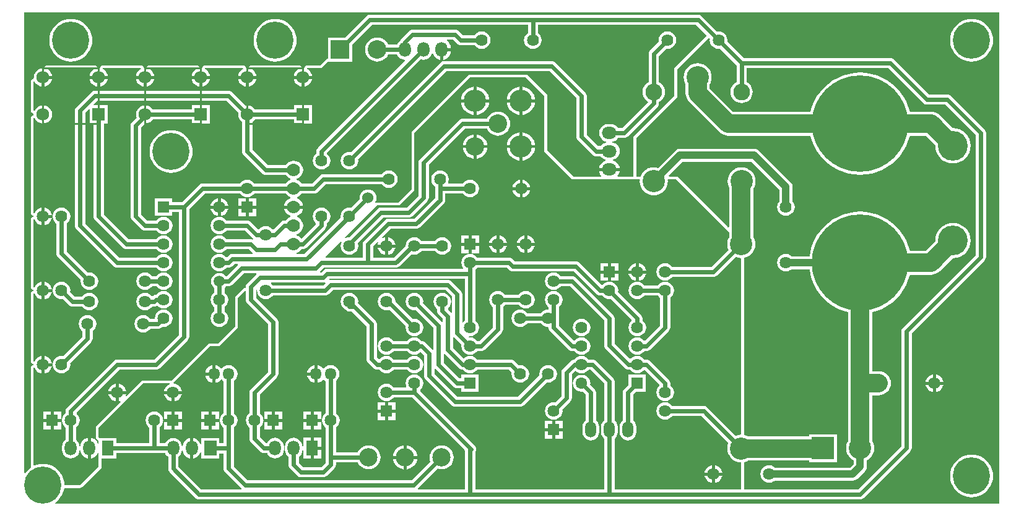
<source format=gbl>
G04 Layer_Physical_Order=2*
G04 Layer_Color=11436288*
%FSLAX25Y25*%
%MOIN*%
G70*
G01*
G75*
%ADD10C,0.02400*%
%ADD11C,0.10000*%
%ADD12C,0.04000*%
%ADD13C,0.01000*%
%ADD14R,0.06400X0.06400*%
%ADD15C,0.06400*%
%ADD16O,0.06400X0.05906*%
%ADD17O,0.06400X0.08000*%
%ADD18R,0.06400X0.08000*%
%ADD19C,0.12000*%
%ADD20C,0.09000*%
%ADD21C,0.16000*%
%ADD22C,0.52000*%
%ADD23O,0.06500X0.08000*%
%ADD24C,0.07000*%
%ADD25O,0.05906X0.08661*%
%ADD26R,0.06693X0.08000*%
%ADD27C,0.09843*%
%ADD28C,0.06800*%
%ADD29R,0.06800X0.06800*%
%ADD30O,0.06000X0.06400*%
%ADD31R,0.12000X0.12000*%
%ADD32C,0.10000*%
%ADD33R,0.10000X0.10000*%
%ADD34C,0.05906*%
%ADD35R,0.06299X0.06299*%
%ADD36R,0.06400X0.06400*%
%ADD37O,0.08000X0.06500*%
%ADD38C,0.06000*%
%ADD39C,0.20000*%
G36*
X412277Y218835D02*
X411648Y218352D01*
X411223Y217799D01*
X410723Y217968D01*
Y233000D01*
X410631Y233705D01*
X410358Y234362D01*
X409926Y234926D01*
X404926Y239926D01*
X404362Y240358D01*
X403705Y240631D01*
X403000Y240723D01*
X340000D01*
X339357Y240639D01*
X339220Y240774D01*
X339062Y241075D01*
X339217Y241277D01*
X412277D01*
Y218835D01*
D02*
G37*
G36*
X543795Y371132D02*
X544142Y370785D01*
X544038Y369999D01*
X544200Y368772D01*
X544673Y367629D01*
X545427Y366647D01*
X546409Y365894D01*
X547552Y365420D01*
X548779Y365259D01*
X549565Y365362D01*
X558399Y356528D01*
Y347505D01*
X557772Y347170D01*
X556859Y346421D01*
X556109Y345507D01*
X555552Y344465D01*
X555209Y343334D01*
X555093Y342157D01*
X555209Y340981D01*
X555552Y339850D01*
X556109Y338808D01*
X556859Y337894D01*
X557772Y337144D01*
X558815Y336587D01*
X559946Y336244D01*
X561122Y336128D01*
X562298Y336244D01*
X563429Y336587D01*
X564472Y337144D01*
X565385Y337894D01*
X566135Y338808D01*
X566692Y339850D01*
X567035Y340981D01*
X567151Y342157D01*
X567035Y343334D01*
X566692Y344465D01*
X566135Y345507D01*
X565385Y346421D01*
X564472Y347170D01*
X563845Y347505D01*
Y354933D01*
X640216D01*
X659074Y336074D01*
X659638Y335642D01*
X659910Y335529D01*
X660295Y335369D01*
X661000Y335277D01*
X670872D01*
X687277Y318872D01*
Y254128D01*
X648074Y214926D01*
X647642Y214362D01*
X647369Y213705D01*
X647277Y213000D01*
Y151128D01*
X623872Y127723D01*
X562529D01*
Y142227D01*
X562499Y142381D01*
X563884Y142801D01*
X564691Y143232D01*
X597500D01*
Y142500D01*
X612500D01*
Y157500D01*
X597500D01*
Y156295D01*
X564691D01*
X563884Y156726D01*
X562499Y157147D01*
X562529Y157300D01*
Y252464D01*
X562499Y252617D01*
X563884Y253037D01*
X565187Y253734D01*
X566329Y254671D01*
X567266Y255813D01*
X567963Y257116D01*
X568392Y258530D01*
X568536Y260000D01*
X568392Y261470D01*
X567963Y262884D01*
X567531Y263691D01*
Y290010D01*
X568085Y291045D01*
X568513Y292459D01*
X568658Y293929D01*
X568513Y295399D01*
X568085Y296813D01*
X567388Y298116D01*
X566451Y299258D01*
X565309Y300195D01*
X564006Y300892D01*
X562592Y301321D01*
X561122Y301466D01*
X559652Y301321D01*
X558238Y300892D01*
X556935Y300195D01*
X555793Y299258D01*
X554856Y298116D01*
X554159Y296813D01*
X553730Y295399D01*
X553586Y293929D01*
X553730Y292459D01*
X554159Y291045D01*
X554468Y290467D01*
Y269348D01*
X554007Y269156D01*
X527081Y296081D01*
X526585Y296413D01*
X526000Y296529D01*
X522178D01*
X521971Y297029D01*
X529411Y304470D01*
X566538D01*
X581470Y289538D01*
Y283120D01*
X580895Y282370D01*
X580421Y281227D01*
X580259Y280000D01*
X580421Y278773D01*
X580895Y277630D01*
X581648Y276648D01*
X582630Y275894D01*
X583773Y275421D01*
X585000Y275259D01*
X586227Y275421D01*
X587370Y275894D01*
X588352Y276648D01*
X589106Y277630D01*
X589579Y278773D01*
X589741Y280000D01*
X589579Y281227D01*
X589106Y282370D01*
X588530Y283120D01*
Y291000D01*
X588410Y291914D01*
X588057Y292765D01*
X587496Y293496D01*
X570496Y310496D01*
X569765Y311057D01*
X568914Y311410D01*
X568000Y311530D01*
X527949D01*
X527949Y311530D01*
X527035Y311410D01*
X526184Y311057D01*
X525453Y310496D01*
X516061Y301104D01*
X515348Y301321D01*
X513878Y301466D01*
X512408Y301321D01*
X510994Y300892D01*
X509691Y300195D01*
X508549Y299258D01*
X507612Y298116D01*
X506925Y296831D01*
X506660Y296413D01*
X506404Y296464D01*
X506150Y296528D01*
X506112Y296522D01*
X506075Y296529D01*
X504529D01*
Y317367D01*
X526081Y338919D01*
X526413Y339415D01*
X526529Y340000D01*
X526529Y354366D01*
X543295Y371132D01*
X543795D01*
D02*
G37*
G36*
X455000Y340000D02*
Y310000D01*
X470000Y295000D01*
X506075D01*
X506411Y294630D01*
X506342Y293929D01*
X506487Y292459D01*
X506915Y291045D01*
X507612Y289742D01*
X508549Y288600D01*
X509691Y287663D01*
X510994Y286967D01*
X512408Y286538D01*
X513878Y286393D01*
X515348Y286538D01*
X516762Y286967D01*
X518065Y287663D01*
X519207Y288600D01*
X520144Y289742D01*
X520841Y291045D01*
X521270Y292459D01*
X521414Y293929D01*
X521345Y294630D01*
X521681Y295000D01*
X526000D01*
X554468Y266531D01*
Y263691D01*
X554037Y262884D01*
X553609Y261470D01*
X553464Y260000D01*
X553609Y258530D01*
X554037Y257116D01*
X554117Y256968D01*
X544872Y247723D01*
X523835D01*
X523352Y248352D01*
X522370Y249106D01*
X521227Y249579D01*
X520000Y249741D01*
X518773Y249579D01*
X517630Y249106D01*
X516648Y248352D01*
X515895Y247370D01*
X515421Y246227D01*
X515259Y245000D01*
X515421Y243773D01*
X515895Y242630D01*
X516648Y241648D01*
X517630Y240895D01*
X518773Y240421D01*
X520000Y240259D01*
X521227Y240421D01*
X522370Y240895D01*
X523352Y241648D01*
X523835Y242277D01*
X546000D01*
X546705Y242370D01*
X547362Y242642D01*
X547926Y243074D01*
X557968Y253117D01*
X558116Y253037D01*
X559530Y252608D01*
X561000Y252464D01*
Y157300D01*
X559530Y157155D01*
X558116Y156726D01*
X557968Y156647D01*
X542690Y171926D01*
X542126Y172358D01*
X541469Y172631D01*
X540764Y172723D01*
X523835D01*
X523352Y173352D01*
X522370Y174105D01*
X521227Y174579D01*
X520000Y174741D01*
X518773Y174579D01*
X517630Y174105D01*
X516648Y173352D01*
X515895Y172370D01*
X515421Y171227D01*
X515259Y170000D01*
X515421Y168773D01*
X515895Y167630D01*
X516648Y166648D01*
X517630Y165895D01*
X518773Y165421D01*
X520000Y165259D01*
X521227Y165421D01*
X522370Y165895D01*
X523352Y166648D01*
X523835Y167277D01*
X539636D01*
X554117Y152796D01*
X554037Y152648D01*
X553609Y151234D01*
X553464Y149764D01*
X553609Y148293D01*
X554037Y146880D01*
X554734Y145577D01*
X555671Y144435D01*
X556813Y143498D01*
X558116Y142801D01*
X559530Y142372D01*
X561000Y142227D01*
Y127723D01*
X492723D01*
Y155099D01*
X493176Y155446D01*
X493890Y156377D01*
X494338Y157460D01*
X494491Y158622D01*
Y161378D01*
X494338Y162540D01*
X493890Y163623D01*
X493176Y164554D01*
X492723Y164901D01*
Y186000D01*
X492641Y186623D01*
X492630Y186705D01*
X492358Y187362D01*
X491926Y187926D01*
X482926Y196926D01*
X482362Y197358D01*
X481705Y197631D01*
X481000Y197723D01*
X478835D01*
X478352Y198352D01*
X477370Y199105D01*
X476227Y199579D01*
X475000Y199741D01*
X473773Y199579D01*
X472630Y199105D01*
X471648Y198352D01*
X471165Y197723D01*
X471149D01*
X470444Y197631D01*
X469787Y197358D01*
X469223Y196926D01*
X465074Y192777D01*
X464642Y192213D01*
X464369Y191556D01*
X464277Y190851D01*
Y178128D01*
X460786Y174637D01*
X460000Y174741D01*
X458773Y174579D01*
X457630Y174105D01*
X456648Y173352D01*
X455895Y172370D01*
X455421Y171227D01*
X455259Y170000D01*
X455421Y168773D01*
X455895Y167630D01*
X456648Y166648D01*
X457630Y165895D01*
X458773Y165421D01*
X459692Y165300D01*
X459692Y165300D01*
X460000Y165259D01*
X460308Y165300D01*
X460308Y165300D01*
X461227Y165421D01*
X462370Y165895D01*
X463352Y166648D01*
X464106Y167630D01*
X464579Y168773D01*
X464741Y170000D01*
X464637Y170786D01*
X468926Y175074D01*
X469358Y175638D01*
X469471Y175910D01*
X469630Y176295D01*
X469723Y177000D01*
Y189723D01*
X471648Y191648D01*
X471648D01*
X472630Y190895D01*
X473773Y190421D01*
X475000Y190259D01*
X476227Y190421D01*
X477370Y190895D01*
X478352Y191648D01*
X478835Y192277D01*
X479872D01*
X487277Y184872D01*
Y164901D01*
X486824Y164554D01*
X486110Y163623D01*
X485662Y162540D01*
X485509Y161378D01*
Y158622D01*
X485662Y157460D01*
X486110Y156377D01*
X486824Y155446D01*
X487277Y155099D01*
Y127723D01*
X417723D01*
Y147962D01*
X417858Y148138D01*
X418130Y148795D01*
X418223Y149500D01*
X418130Y150205D01*
X417858Y150862D01*
X417426Y151426D01*
X388059Y180793D01*
X388102Y181456D01*
X388352Y181648D01*
X389106Y182630D01*
X389579Y183773D01*
X389741Y185000D01*
X389579Y186227D01*
X389106Y187370D01*
X388352Y188352D01*
X387370Y189105D01*
X386227Y189579D01*
X385000Y189741D01*
X383773Y189579D01*
X382630Y189105D01*
X381648Y188352D01*
X380894Y187370D01*
X380421Y186227D01*
X380259Y185000D01*
X380421Y183773D01*
X380684Y183139D01*
X380406Y182723D01*
X373835D01*
X373352Y183352D01*
X372370Y184105D01*
X371227Y184579D01*
X370000Y184741D01*
X368773Y184579D01*
X367630Y184105D01*
X366648Y183352D01*
X365895Y182370D01*
X365421Y181227D01*
X365259Y180000D01*
X365421Y178773D01*
X365895Y177630D01*
X366648Y176648D01*
X367630Y175895D01*
X368773Y175421D01*
X369692Y175300D01*
X369692Y175300D01*
X370000Y175259D01*
X370308Y175300D01*
X370308Y175300D01*
X371227Y175421D01*
X372370Y175895D01*
X373352Y176648D01*
X373835Y177277D01*
X383872D01*
X412277Y148872D01*
Y127723D01*
X386967D01*
X386760Y128223D01*
X397492Y138955D01*
X398426Y138672D01*
X399685Y138548D01*
X400944Y138672D01*
X402154Y139039D01*
X403270Y139635D01*
X404248Y140437D01*
X405050Y141415D01*
X405646Y142531D01*
X406013Y143741D01*
X406137Y145000D01*
X406013Y146259D01*
X405646Y147469D01*
X405050Y148585D01*
X404248Y149563D01*
X403270Y150365D01*
X402154Y150961D01*
X400944Y151328D01*
X399685Y151452D01*
X398426Y151328D01*
X397216Y150961D01*
X396100Y150365D01*
X395123Y149563D01*
X394320Y148585D01*
X393724Y147469D01*
X393357Y146259D01*
X393233Y145000D01*
X393357Y143741D01*
X393640Y142806D01*
X383557Y132723D01*
X295128D01*
X287723Y140128D01*
Y156000D01*
Y161165D01*
X288352Y161648D01*
X289106Y162630D01*
X289579Y163773D01*
X289741Y165000D01*
X289579Y166227D01*
X289106Y167370D01*
X288352Y168352D01*
X287723Y168835D01*
Y186165D01*
X288352Y186648D01*
X289106Y187630D01*
X289579Y188773D01*
X289741Y190000D01*
X289579Y191227D01*
X289106Y192370D01*
X288352Y193352D01*
X287370Y194105D01*
X286227Y194579D01*
X285000Y194741D01*
X283773Y194579D01*
X282630Y194105D01*
X281648Y193352D01*
X281376Y192998D01*
X280876D01*
X280549Y193423D01*
X279547Y194193D01*
X278379Y194676D01*
X277926Y194736D01*
Y190000D01*
Y185264D01*
X278379Y185324D01*
X279547Y185807D01*
X280549Y186577D01*
X280876Y187002D01*
X281376D01*
X281648Y186648D01*
X282277Y186165D01*
Y168835D01*
X281648Y168352D01*
X280894Y167370D01*
X280421Y166227D01*
X280300Y165308D01*
X280300Y165308D01*
X280259Y165000D01*
X280300Y164692D01*
X280300Y164692D01*
X280421Y163773D01*
X280894Y162630D01*
X281648Y161648D01*
X282277Y161165D01*
Y156000D01*
Y152615D01*
X279943D01*
Y155392D01*
X270250D01*
Y152042D01*
X269773Y151945D01*
X269289Y153113D01*
X268520Y154115D01*
X267517Y154885D01*
X266350Y155368D01*
X265896Y155428D01*
Y149892D01*
Y144356D01*
X266350Y144415D01*
X267517Y144899D01*
X268520Y145668D01*
X269289Y146671D01*
X269773Y147839D01*
X270250Y147741D01*
Y144392D01*
X279943D01*
Y147169D01*
X282277D01*
Y139000D01*
X282369Y138295D01*
X282642Y137638D01*
X283074Y137074D01*
X291925Y128223D01*
X291718Y127723D01*
X270128D01*
X257820Y140032D01*
Y145257D01*
X258449Y145740D01*
X259202Y146722D01*
X259676Y147865D01*
X259794Y148764D01*
X260298D01*
X260420Y147839D01*
X260904Y146671D01*
X261673Y145668D01*
X262676Y144899D01*
X263843Y144415D01*
X264296Y144356D01*
Y149892D01*
Y155428D01*
X263843Y155368D01*
X262676Y154885D01*
X261673Y154115D01*
X260904Y153113D01*
X260420Y151945D01*
X260298Y151020D01*
X259794D01*
X259676Y151919D01*
X259202Y153062D01*
X258449Y154044D01*
X257467Y154797D01*
X256323Y155271D01*
X255096Y155432D01*
X253870Y155271D01*
X252726Y154797D01*
X251744Y154044D01*
X250991Y153062D01*
X250851Y152723D01*
X247723D01*
Y161165D01*
X248352Y161648D01*
X249106Y162630D01*
X249579Y163773D01*
X249700Y164692D01*
X249700Y164692D01*
X249741Y165000D01*
X249700Y165308D01*
X249700Y165308D01*
X249579Y166227D01*
X249106Y167370D01*
X248352Y168352D01*
X247370Y169105D01*
X246227Y169579D01*
X245000Y169741D01*
X243773Y169579D01*
X242630Y169105D01*
X241648Y168352D01*
X240895Y167370D01*
X240421Y166227D01*
X240259Y165000D01*
X240421Y163773D01*
X240895Y162630D01*
X241648Y161648D01*
X242277Y161165D01*
Y152723D01*
X224700D01*
Y155500D01*
X215500D01*
X215000Y155876D01*
Y161000D01*
X239000Y185000D01*
X253222D01*
X253321Y184500D01*
X252579Y184193D01*
X251577Y183423D01*
X250807Y182421D01*
X250324Y181253D01*
X250264Y180800D01*
X259736D01*
X259677Y181253D01*
X259193Y182421D01*
X258423Y183423D01*
X257421Y184193D01*
X256253Y184676D01*
X255485Y184778D01*
X255306Y185306D01*
X275000Y205000D01*
X280000D01*
X290000Y215000D01*
X290000Y231000D01*
X293815Y234815D01*
X294277Y234623D01*
Y230000D01*
X294370Y229295D01*
X294642Y228638D01*
X295074Y228074D01*
X306277Y216872D01*
Y191128D01*
X297074Y181926D01*
X296642Y181362D01*
X296370Y180705D01*
X296277Y180000D01*
Y168835D01*
X295648Y168352D01*
X294895Y167370D01*
X294421Y166227D01*
X294259Y165000D01*
X294421Y163773D01*
X294895Y162630D01*
X295648Y161648D01*
X296277Y161165D01*
Y155000D01*
X296370Y154295D01*
X296642Y153638D01*
X297074Y153074D01*
X302074Y148074D01*
X302638Y147642D01*
X303295Y147370D01*
X304000Y147277D01*
X305709D01*
X305894Y146830D01*
X306648Y145848D01*
X307630Y145095D01*
X308773Y144621D01*
X310000Y144459D01*
X311227Y144621D01*
X312370Y145095D01*
X313352Y145848D01*
X314106Y146830D01*
X314579Y147973D01*
X314741Y149200D01*
Y150800D01*
X314579Y152027D01*
X314106Y153170D01*
X313352Y154152D01*
X312370Y154905D01*
X311227Y155379D01*
X310000Y155541D01*
X308773Y155379D01*
X307630Y154905D01*
X306648Y154152D01*
X305894Y153170D01*
X305709Y152723D01*
X305128D01*
X301723Y156128D01*
Y161165D01*
X302352Y161648D01*
X303105Y162630D01*
X303579Y163773D01*
X303700Y164692D01*
X303700Y164692D01*
X303741Y165000D01*
X303700Y165308D01*
X303700Y165308D01*
X303579Y166227D01*
X303105Y167370D01*
X302352Y168352D01*
X301723Y168835D01*
Y178872D01*
X310926Y188074D01*
X311358Y188638D01*
X311631Y189295D01*
X311723Y190000D01*
Y218000D01*
X311641Y218623D01*
X311631Y218705D01*
X311358Y219362D01*
X310926Y219926D01*
X299723Y231128D01*
Y235567D01*
X299839Y235640D01*
X300304Y235341D01*
X300259Y235000D01*
X300421Y233773D01*
X300894Y232630D01*
X301648Y231648D01*
X302630Y230894D01*
X303773Y230421D01*
X305000Y230259D01*
X306227Y230421D01*
X307370Y230894D01*
X308352Y231648D01*
X308835Y232277D01*
X337000D01*
X337705Y232369D01*
X338362Y232642D01*
X338926Y233074D01*
X341128Y235277D01*
X401872D01*
X405277Y231872D01*
Y223282D01*
X404777Y223075D01*
X403059Y224793D01*
X403102Y225456D01*
X403352Y225648D01*
X404106Y226630D01*
X404579Y227773D01*
X404741Y229000D01*
X404579Y230227D01*
X404106Y231370D01*
X403352Y232352D01*
X402370Y233105D01*
X401227Y233579D01*
X400000Y233741D01*
X398773Y233579D01*
X397630Y233105D01*
X396648Y232352D01*
X395895Y231370D01*
X395421Y230227D01*
X395259Y229000D01*
X395421Y227773D01*
X395895Y226630D01*
X396648Y225648D01*
X397277Y225165D01*
Y224000D01*
X397370Y223295D01*
X397642Y222638D01*
X398074Y222074D01*
X400277Y219872D01*
Y218282D01*
X399777Y218075D01*
X389637Y228214D01*
X389741Y229000D01*
X389579Y230227D01*
X389106Y231370D01*
X388352Y232352D01*
X387370Y233105D01*
X386227Y233579D01*
X385000Y233741D01*
X383773Y233579D01*
X382630Y233105D01*
X381648Y232352D01*
X380894Y231370D01*
X380421Y230227D01*
X380259Y229000D01*
X380421Y227773D01*
X380894Y226630D01*
X381648Y225648D01*
X382630Y224894D01*
X383773Y224421D01*
X385000Y224259D01*
X385786Y224363D01*
X395277Y214872D01*
Y203282D01*
X394777Y203075D01*
X390926Y206926D01*
X390362Y207358D01*
X389705Y207630D01*
X389000Y207723D01*
X388835D01*
X388352Y208352D01*
X387370Y209105D01*
X386227Y209579D01*
X385000Y209741D01*
X383773Y209579D01*
X382630Y209105D01*
X381648Y208352D01*
X381165Y207723D01*
X373835D01*
X373352Y208352D01*
X372370Y209105D01*
X371227Y209579D01*
X370000Y209741D01*
X368773Y209579D01*
X367630Y209105D01*
X366648Y208352D01*
X365895Y207370D01*
X365421Y206227D01*
X365259Y205000D01*
X365421Y203773D01*
X365895Y202630D01*
X366648Y201648D01*
X367630Y200895D01*
X368773Y200421D01*
X370000Y200259D01*
X371227Y200421D01*
X372370Y200895D01*
X373352Y201648D01*
X373835Y202277D01*
X381165D01*
X381648Y201648D01*
X382630Y200895D01*
X383773Y200421D01*
X385000Y200259D01*
X386227Y200421D01*
X387370Y200895D01*
X388352Y201648D01*
X388492Y201657D01*
X390277Y199872D01*
Y189000D01*
X390370Y188295D01*
X390642Y187638D01*
X391074Y187074D01*
X405074Y173074D01*
X405638Y172642D01*
X406295Y172370D01*
X407000Y172277D01*
X442000D01*
X442705Y172370D01*
X443362Y172642D01*
X443926Y173074D01*
X456214Y185363D01*
X457000Y185259D01*
X458227Y185421D01*
X459370Y185895D01*
X460352Y186648D01*
X461105Y187630D01*
X461579Y188773D01*
X461741Y190000D01*
X461579Y191227D01*
X461105Y192370D01*
X460352Y193352D01*
X459370Y194105D01*
X458227Y194579D01*
X457000Y194741D01*
X455773Y194579D01*
X454630Y194105D01*
X453648Y193352D01*
X452894Y192370D01*
X452421Y191227D01*
X452259Y190000D01*
X452363Y189214D01*
X440872Y177723D01*
X408128D01*
X395723Y190128D01*
Y192718D01*
X396223Y192925D01*
X406074Y183074D01*
X406638Y182642D01*
X407295Y182369D01*
X408000Y182277D01*
X410300D01*
Y180300D01*
X419700D01*
Y189700D01*
X410300D01*
Y187723D01*
X409128D01*
X400723Y196128D01*
Y200718D01*
X401223Y200925D01*
X409074Y193074D01*
X409638Y192642D01*
X410295Y192369D01*
X411000Y192277D01*
X411165D01*
X411648Y191648D01*
X412630Y190895D01*
X413773Y190421D01*
X415000Y190259D01*
X416227Y190421D01*
X417370Y190895D01*
X418352Y191648D01*
X418835Y192277D01*
X435872D01*
X437363Y190786D01*
X437259Y190000D01*
X437421Y188773D01*
X437894Y187630D01*
X438648Y186648D01*
X439630Y185895D01*
X440773Y185421D01*
X442000Y185259D01*
X443227Y185421D01*
X444370Y185895D01*
X445352Y186648D01*
X446105Y187630D01*
X446579Y188773D01*
X446741Y190000D01*
X446579Y191227D01*
X446105Y192370D01*
X445352Y193352D01*
X444370Y194105D01*
X443227Y194579D01*
X442000Y194741D01*
X441214Y194637D01*
X438926Y196926D01*
X438362Y197358D01*
X437705Y197631D01*
X437000Y197723D01*
X418835D01*
X418352Y198352D01*
X417370Y199105D01*
X416227Y199579D01*
X415000Y199741D01*
X413773Y199579D01*
X412630Y199105D01*
X411648Y198352D01*
X411508Y198343D01*
X405723Y204128D01*
Y209718D01*
X406223Y209925D01*
X410363Y205786D01*
X410259Y205000D01*
X410421Y203773D01*
X410894Y202630D01*
X411648Y201648D01*
X412630Y200895D01*
X413773Y200421D01*
X415000Y200259D01*
X416227Y200421D01*
X417370Y200895D01*
X418352Y201648D01*
X418835Y202277D01*
X421000D01*
X421705Y202369D01*
X422362Y202642D01*
X422926Y203074D01*
X431926Y212074D01*
X432358Y212638D01*
X432630Y213295D01*
X432641Y213377D01*
X432723Y214000D01*
Y226165D01*
X433352Y226648D01*
X433835Y227277D01*
X441165D01*
X441648Y226648D01*
X442630Y225894D01*
X443773Y225421D01*
X445000Y225259D01*
X446227Y225421D01*
X447370Y225894D01*
X448352Y226648D01*
X449106Y227630D01*
X449579Y228773D01*
X449741Y230000D01*
X449579Y231227D01*
X449106Y232370D01*
X448352Y233352D01*
X447370Y234105D01*
X446227Y234579D01*
X445000Y234741D01*
X443773Y234579D01*
X442630Y234105D01*
X441648Y233352D01*
X441165Y232723D01*
X433835D01*
X433352Y233352D01*
X432370Y234105D01*
X431227Y234579D01*
X430000Y234741D01*
X428773Y234579D01*
X427630Y234105D01*
X426648Y233352D01*
X425894Y232370D01*
X425421Y231227D01*
X425259Y230000D01*
X425421Y228773D01*
X425894Y227630D01*
X426648Y226648D01*
X427277Y226165D01*
Y215128D01*
X419872Y207723D01*
X418835D01*
X418352Y208352D01*
X417370Y209105D01*
X416227Y209579D01*
X415000Y209741D01*
X414396Y209661D01*
X414233Y209856D01*
X414492Y210326D01*
X415000Y210259D01*
X416227Y210421D01*
X417370Y210894D01*
X418352Y211648D01*
X419105Y212630D01*
X419579Y213773D01*
X419741Y215000D01*
X419579Y216227D01*
X419105Y217370D01*
X418352Y218352D01*
X417723Y218835D01*
Y244000D01*
Y246165D01*
X418352Y246648D01*
X418835Y247277D01*
X434872D01*
X436074Y246074D01*
X436638Y245642D01*
X437295Y245370D01*
X438000Y245277D01*
X470872D01*
X483074Y233074D01*
X483638Y232642D01*
X484295Y232369D01*
X485000Y232277D01*
X486165D01*
X486648Y231648D01*
X487630Y230894D01*
X488773Y230421D01*
X490000Y230259D01*
X490786Y230363D01*
X501941Y219207D01*
X501898Y218544D01*
X501648Y218352D01*
X500894Y217370D01*
X500421Y216227D01*
X500259Y215000D01*
X500421Y213773D01*
X500894Y212630D01*
X501648Y211648D01*
X502630Y210894D01*
X503773Y210421D01*
X505000Y210259D01*
X506227Y210421D01*
X507370Y210894D01*
X508352Y211648D01*
X509105Y212630D01*
X509579Y213773D01*
X509741Y215000D01*
X509579Y216227D01*
X509105Y217370D01*
X508352Y218352D01*
X507723Y218835D01*
Y220000D01*
X507641Y220623D01*
X507630Y220705D01*
X507358Y221362D01*
X506926Y221926D01*
X494637Y234214D01*
X494741Y235000D01*
X494579Y236227D01*
X494105Y237370D01*
X493352Y238352D01*
X492370Y239106D01*
X491227Y239579D01*
X490000Y239741D01*
X488773Y239579D01*
X487630Y239106D01*
X486648Y238352D01*
X486456Y238102D01*
X485793Y238059D01*
X473926Y249926D01*
X473362Y250358D01*
X472705Y250630D01*
X472000Y250723D01*
X439128D01*
X437926Y251926D01*
X437362Y252358D01*
X436705Y252630D01*
X436000Y252723D01*
X418835D01*
X418352Y253352D01*
X417370Y254105D01*
X416227Y254579D01*
X415308Y254700D01*
X415308Y254700D01*
X415000Y254741D01*
X414692Y254700D01*
X414692Y254700D01*
X413773Y254579D01*
X412630Y254105D01*
X411648Y253352D01*
X410894Y252370D01*
X410421Y251227D01*
X410259Y250000D01*
X410421Y248773D01*
X410894Y247630D01*
X411246Y247172D01*
X411025Y246723D01*
X338000D01*
X337295Y246631D01*
X336638Y246358D01*
X336074Y245926D01*
X334872Y244723D01*
X334282D01*
X334075Y245223D01*
X336128Y247277D01*
X375000D01*
X375705Y247370D01*
X376362Y247642D01*
X376926Y248074D01*
X383419Y254568D01*
X383773Y254421D01*
X385000Y254259D01*
X386227Y254421D01*
X387370Y254894D01*
X388352Y255648D01*
X388835Y256277D01*
X396165D01*
X396648Y255648D01*
X397630Y254894D01*
X398773Y254421D01*
X400000Y254259D01*
X401227Y254421D01*
X402370Y254894D01*
X403352Y255648D01*
X404106Y256630D01*
X404579Y257773D01*
X404741Y259000D01*
X404579Y260227D01*
X404106Y261370D01*
X403352Y262352D01*
X402370Y263106D01*
X401227Y263579D01*
X400000Y263741D01*
X398773Y263579D01*
X397630Y263106D01*
X396648Y262352D01*
X396165Y261723D01*
X388835D01*
X388352Y262352D01*
X387370Y263106D01*
X386227Y263579D01*
X385000Y263741D01*
X383773Y263579D01*
X382630Y263106D01*
X381648Y262352D01*
X380894Y261370D01*
X380421Y260227D01*
X380276Y259128D01*
X373872Y252723D01*
X362723D01*
Y258872D01*
X365262Y261410D01*
X365686Y261127D01*
X365323Y260253D01*
X365264Y259800D01*
X369200D01*
Y263736D01*
X368747Y263677D01*
X367873Y263314D01*
X367590Y263738D01*
X372128Y268277D01*
X386000D01*
X386705Y268370D01*
X387362Y268642D01*
X387926Y269074D01*
X400706Y281855D01*
X401139Y282418D01*
X401411Y283075D01*
X401421Y283157D01*
X401504Y283780D01*
Y287277D01*
X411167D01*
X411649Y286649D01*
X412631Y285895D01*
X413774Y285422D01*
X415001Y285260D01*
X416228Y285422D01*
X417372Y285895D01*
X418353Y286649D01*
X419107Y287630D01*
X419580Y288774D01*
X419742Y290001D01*
X419580Y291228D01*
X419107Y292371D01*
X418353Y293353D01*
X417372Y294106D01*
X416228Y294580D01*
X415001Y294741D01*
X413774Y294580D01*
X412631Y294106D01*
X411649Y293353D01*
X411167Y292724D01*
X403374D01*
X403097Y293140D01*
X403359Y293774D01*
X403521Y295001D01*
X403359Y296228D01*
X402886Y297371D01*
X402132Y298353D01*
X401151Y299106D01*
X400007Y299580D01*
X398780Y299741D01*
X397553Y299580D01*
X396410Y299106D01*
X395428Y298353D01*
X394675Y297371D01*
X394201Y296228D01*
X394040Y295001D01*
X394201Y293774D01*
X394675Y292630D01*
X395428Y291649D01*
X396057Y291166D01*
Y290001D01*
Y284908D01*
X384872Y273723D01*
X371000D01*
X370295Y273630D01*
X369638Y273358D01*
X369074Y272926D01*
X358074Y261926D01*
X357642Y261362D01*
X357369Y260705D01*
X357277Y260000D01*
Y252723D01*
X337377D01*
X337185Y253185D01*
X345341Y261341D01*
X345765Y261058D01*
X345421Y260227D01*
X345259Y259000D01*
X345421Y257773D01*
X345895Y256630D01*
X346648Y255648D01*
X347630Y254894D01*
X348773Y254421D01*
X350000Y254259D01*
X351227Y254421D01*
X352370Y254894D01*
X353352Y255648D01*
X354105Y256630D01*
X354579Y257773D01*
X354741Y259000D01*
X354579Y260227D01*
X354432Y260581D01*
X368128Y274277D01*
X382000D01*
X382705Y274370D01*
X383362Y274642D01*
X383926Y275074D01*
X391926Y283074D01*
X392358Y283638D01*
X392631Y284295D01*
X392723Y285000D01*
Y302872D01*
X412128Y322277D01*
X424085D01*
X424569Y321371D01*
X425382Y320382D01*
X426371Y319569D01*
X427500Y318966D01*
X428726Y318594D01*
X430000Y318469D01*
X431274Y318594D01*
X432500Y318966D01*
X433629Y319569D01*
X434618Y320382D01*
X435431Y321371D01*
X436034Y322500D01*
X436406Y323726D01*
X436531Y325000D01*
X436406Y326274D01*
X436034Y327500D01*
X435431Y328629D01*
X434618Y329618D01*
X433629Y330431D01*
X432500Y331034D01*
X431274Y331406D01*
X430000Y331531D01*
X428726Y331406D01*
X427500Y331034D01*
X426371Y330431D01*
X425382Y329618D01*
X424569Y328629D01*
X424085Y327723D01*
X411000D01*
X410295Y327630D01*
X409910Y327471D01*
X409638Y327358D01*
X409074Y326926D01*
X388074Y305926D01*
X387642Y305362D01*
X387369Y304705D01*
X387277Y304000D01*
Y286128D01*
X380872Y279723D01*
X367000D01*
X366295Y279630D01*
X365638Y279358D01*
X365074Y278926D01*
X349872Y263724D01*
X348773Y263579D01*
X347942Y263235D01*
X347659Y263659D01*
X365000Y281000D01*
X377000Y281000D01*
X385000Y289000D01*
X385000Y320000D01*
X415000Y350000D01*
X445000Y350000D01*
X455000Y340000D01*
D02*
G37*
G36*
X337169Y239021D02*
X335872Y237723D01*
X308835D01*
X308352Y238352D01*
X307799Y238777D01*
X307968Y239277D01*
X336000D01*
X336705Y239370D01*
X336886Y239445D01*
X337169Y239021D01*
D02*
G37*
G36*
X700000Y120000D02*
X191612D01*
X191476Y120481D01*
X191780Y120668D01*
X193157Y121843D01*
X194333Y123220D01*
X195278Y124763D01*
X195971Y126435D01*
X196394Y128195D01*
X196408Y128374D01*
X196536Y128471D01*
X205000D01*
X205585Y128587D01*
X206081Y128919D01*
X216081Y138919D01*
X216413Y139415D01*
X216529Y140000D01*
Y144500D01*
X224700D01*
Y147277D01*
X250761D01*
X250991Y146722D01*
X251744Y145740D01*
X252373Y145257D01*
Y138904D01*
X252466Y138199D01*
X252738Y137542D01*
X253171Y136978D01*
X267074Y123074D01*
X267638Y122642D01*
X268295Y122370D01*
X268377Y122359D01*
X269000Y122277D01*
X625000D01*
X625705Y122370D01*
X626362Y122642D01*
X626926Y123074D01*
X651926Y148074D01*
X652358Y148638D01*
X652631Y149295D01*
X652723Y150000D01*
Y211872D01*
X691926Y251074D01*
X692358Y251638D01*
X692630Y252295D01*
X692641Y252377D01*
X692723Y253000D01*
Y320000D01*
X692641Y320623D01*
X692630Y320705D01*
X692358Y321362D01*
X691926Y321926D01*
X673926Y339926D01*
X673362Y340358D01*
X672705Y340631D01*
X672000Y340723D01*
X662128D01*
X643269Y359582D01*
X642705Y360015D01*
X642049Y360287D01*
X641344Y360380D01*
X562250D01*
X553416Y369214D01*
X553519Y369999D01*
X553358Y371226D01*
X552884Y372370D01*
X552131Y373352D01*
X551149Y374105D01*
X550006Y374578D01*
X548779Y374740D01*
X547993Y374637D01*
X539704Y382926D01*
X539140Y383358D01*
X538483Y383630D01*
X537778Y383723D01*
X361000D01*
X360295Y383630D01*
X359638Y383358D01*
X359074Y382926D01*
X347649Y371500D01*
X338500D01*
Y360029D01*
X337915Y359913D01*
X337419Y359581D01*
X334366Y356529D01*
X327301D01*
X327153Y356500D01*
X327003D01*
X326864Y356442D01*
X326716Y356413D01*
X326591Y356329D01*
X326451Y356272D01*
X326345Y356165D01*
X326220Y356081D01*
X326136Y355956D01*
X326029Y355850D01*
X325972Y355711D01*
X325888Y355585D01*
X325859Y355437D01*
X325801Y355298D01*
X325742Y355000D01*
X324258D01*
X324199Y355298D01*
X324141Y355437D01*
X324112Y355585D01*
X324028Y355711D01*
X323971Y355850D01*
X323864Y355956D01*
X323780Y356081D01*
X323655Y356165D01*
X323549Y356272D01*
X323409Y356329D01*
X323284Y356413D01*
X323136Y356442D01*
X322997Y356500D01*
X322847D01*
X322699Y356529D01*
X297301D01*
X297153Y356500D01*
X297003D01*
X296864Y356442D01*
X296716Y356413D01*
X296591Y356329D01*
X296451Y356272D01*
X296345Y356165D01*
X296220Y356081D01*
X296136Y355956D01*
X296029Y355850D01*
X295972Y355711D01*
X295888Y355585D01*
X295859Y355437D01*
X295801Y355298D01*
X295742Y355000D01*
X294258D01*
X294199Y355298D01*
X294141Y355437D01*
X294112Y355585D01*
X294028Y355711D01*
X293970Y355850D01*
X293864Y355956D01*
X293780Y356081D01*
X293655Y356165D01*
X293549Y356272D01*
X293409Y356329D01*
X293284Y356413D01*
X293136Y356442D01*
X292997Y356500D01*
X292847D01*
X292699Y356529D01*
X272301D01*
X272153Y356500D01*
X272003D01*
X271864Y356442D01*
X271716Y356413D01*
X271591Y356329D01*
X271451Y356272D01*
X271345Y356165D01*
X271220Y356081D01*
X271136Y355956D01*
X271029Y355850D01*
X270972Y355711D01*
X270888Y355585D01*
X270859Y355437D01*
X270801Y355298D01*
X270742Y355000D01*
X269258D01*
X269199Y355298D01*
X269141Y355437D01*
X269112Y355585D01*
X269028Y355711D01*
X268970Y355850D01*
X268864Y355956D01*
X268780Y356081D01*
X268655Y356165D01*
X268549Y356272D01*
X268409Y356329D01*
X268284Y356413D01*
X268136Y356442D01*
X267997Y356500D01*
X267847D01*
X267699Y356529D01*
X242301D01*
X242153Y356500D01*
X242003D01*
X241864Y356442D01*
X241716Y356413D01*
X241591Y356329D01*
X241451Y356272D01*
X241345Y356165D01*
X241220Y356081D01*
X241136Y355956D01*
X241030Y355850D01*
X240972Y355711D01*
X240888Y355585D01*
X240859Y355437D01*
X240801Y355298D01*
X240742Y355000D01*
X239258D01*
X239199Y355298D01*
X239141Y355437D01*
X239112Y355585D01*
X239028Y355711D01*
X238970Y355850D01*
X238864Y355956D01*
X238780Y356081D01*
X238655Y356165D01*
X238549Y356272D01*
X238409Y356329D01*
X238284Y356413D01*
X238136Y356442D01*
X237997Y356500D01*
X237847D01*
X237699Y356529D01*
X217301D01*
X217153Y356500D01*
X217003D01*
X216864Y356442D01*
X216716Y356413D01*
X216591Y356329D01*
X216451Y356272D01*
X216345Y356165D01*
X216220Y356081D01*
X216136Y355956D01*
X216030Y355850D01*
X215972Y355711D01*
X215888Y355585D01*
X215859Y355437D01*
X215801Y355298D01*
X215742Y355000D01*
X214258D01*
X214199Y355298D01*
X214141Y355437D01*
X214112Y355585D01*
X214028Y355711D01*
X213970Y355850D01*
X213864Y355956D01*
X213780Y356081D01*
X213655Y356165D01*
X213549Y356272D01*
X213409Y356329D01*
X213284Y356413D01*
X213136Y356442D01*
X212997Y356500D01*
X212847D01*
X212699Y356529D01*
X187301D01*
X187153Y356500D01*
X187003D01*
X186864Y356442D01*
X186716Y356413D01*
X186591Y356329D01*
X186451Y356272D01*
X186345Y356165D01*
X186220Y356081D01*
X186136Y355956D01*
X186030Y355850D01*
X185972Y355711D01*
X185888Y355585D01*
X185859Y355437D01*
X185801Y355298D01*
X185742Y355000D01*
X185430D01*
X185329Y354899D01*
X185329Y354899D01*
X185000Y354942D01*
X183721Y354774D01*
X182529Y354280D01*
X181505Y353495D01*
X180720Y352471D01*
X180226Y351279D01*
X180058Y350000D01*
X180096Y349706D01*
X180000Y349610D01*
Y349258D01*
X179702Y349199D01*
X179562Y349141D01*
X179415Y349112D01*
X179289Y349028D01*
X179150Y348971D01*
X179044Y348864D01*
X178919Y348780D01*
X178835Y348655D01*
X178728Y348549D01*
X178671Y348409D01*
X178587Y348284D01*
X178558Y348136D01*
X178500Y347997D01*
Y347847D01*
X178471Y347699D01*
Y332040D01*
X178500Y331892D01*
Y331741D01*
X178558Y331602D01*
X178587Y331455D01*
X178671Y331329D01*
X178728Y331190D01*
X178835Y331084D01*
X178919Y330958D01*
X179044Y330875D01*
X179150Y330768D01*
X179289Y330711D01*
X179415Y330627D01*
X179562Y330597D01*
X179702Y330540D01*
X180000Y330481D01*
Y329520D01*
X179702Y329460D01*
X179562Y329402D01*
X179415Y329373D01*
X179289Y329290D01*
X179150Y329232D01*
X179044Y329125D01*
X178919Y329042D01*
X178835Y328916D01*
X178728Y328810D01*
X178671Y328671D01*
X178587Y328545D01*
X178558Y328398D01*
X178500Y328258D01*
Y328108D01*
X178471Y327960D01*
Y276779D01*
X178500Y276631D01*
Y276480D01*
X178558Y276341D01*
X178587Y276193D01*
X178671Y276068D01*
X178728Y275929D01*
X178835Y275822D01*
X178919Y275697D01*
X179044Y275613D01*
X179150Y275507D01*
X179289Y275449D01*
X179415Y275365D01*
X179562Y275336D01*
X179702Y275278D01*
X179820Y275255D01*
Y274745D01*
X179702Y274722D01*
X179562Y274664D01*
X179415Y274635D01*
X179289Y274551D01*
X179150Y274493D01*
X179044Y274387D01*
X178919Y274303D01*
X178835Y274178D01*
X178728Y274071D01*
X178671Y273932D01*
X178587Y273807D01*
X178558Y273659D01*
X178500Y273520D01*
Y273369D01*
X178471Y273221D01*
Y236778D01*
X178500Y236631D01*
Y236480D01*
X178558Y236341D01*
X178587Y236193D01*
X178671Y236068D01*
X178728Y235929D01*
X178835Y235822D01*
X178919Y235697D01*
X179044Y235613D01*
X179150Y235507D01*
X179289Y235449D01*
X179415Y235366D01*
X179562Y235336D01*
X179702Y235279D01*
X179820Y235255D01*
Y234745D01*
X179702Y234721D01*
X179562Y234664D01*
X179415Y234634D01*
X179289Y234551D01*
X179150Y234493D01*
X179044Y234387D01*
X178919Y234303D01*
X178835Y234178D01*
X178728Y234071D01*
X178671Y233932D01*
X178587Y233807D01*
X178558Y233659D01*
X178500Y233520D01*
Y233369D01*
X178471Y233222D01*
Y196779D01*
X178500Y196631D01*
Y196480D01*
X178558Y196341D01*
X178587Y196193D01*
X178671Y196068D01*
X178728Y195929D01*
X178835Y195822D01*
X178919Y195697D01*
X179044Y195613D01*
X179150Y195507D01*
X179289Y195449D01*
X179415Y195366D01*
X179562Y195336D01*
X179702Y195279D01*
X179820Y195255D01*
Y194745D01*
X179702Y194721D01*
X179562Y194664D01*
X179415Y194634D01*
X179289Y194551D01*
X179150Y194493D01*
X179044Y194387D01*
X178919Y194303D01*
X178835Y194178D01*
X178728Y194071D01*
X178671Y193932D01*
X178587Y193807D01*
X178558Y193659D01*
X178500Y193520D01*
Y193369D01*
X178471Y193221D01*
Y140826D01*
X178500Y140679D01*
Y140528D01*
X178558Y140389D01*
X178587Y140241D01*
X178633Y140172D01*
X178697Y139911D01*
X178505Y139507D01*
X178220Y139332D01*
X176843Y138157D01*
X175668Y136780D01*
X175481Y136476D01*
X175000Y136612D01*
Y385000D01*
X700000D01*
Y120000D01*
D02*
G37*
G36*
X542463Y372463D02*
X525000Y355000D01*
X525000Y340000D01*
X503000Y318000D01*
Y296529D01*
X494567D01*
X494342Y297029D01*
X494986Y297869D01*
X495475Y299049D01*
X495537Y299515D01*
X484464D01*
X484525Y299049D01*
X485013Y297869D01*
X485658Y297029D01*
X485433Y296529D01*
X470634D01*
X456529Y310633D01*
Y340000D01*
X456413Y340585D01*
X456081Y341081D01*
X446081Y351081D01*
X445585Y351413D01*
X445000Y351529D01*
X415000Y351529D01*
X414512Y351432D01*
X414415Y351413D01*
X413918Y351081D01*
X383918Y321081D01*
X383587Y320585D01*
X383471Y320000D01*
X383471Y289633D01*
X376366Y282529D01*
X365000Y282529D01*
X364415Y282413D01*
X364215Y282279D01*
X363868Y282649D01*
X363931Y282731D01*
X364384Y283825D01*
X364539Y285000D01*
X364384Y286175D01*
X363931Y287269D01*
X363209Y288209D01*
X362269Y288931D01*
X361175Y289384D01*
X360000Y289539D01*
X358825Y289384D01*
X357731Y288931D01*
X356791Y288209D01*
X356069Y287269D01*
X355616Y286175D01*
X355461Y285000D01*
X355541Y284392D01*
X350786Y279637D01*
X350000Y279741D01*
X348773Y279579D01*
X347630Y279105D01*
X346648Y278352D01*
X345895Y277370D01*
X345421Y276227D01*
X345259Y275000D01*
X345363Y274214D01*
X325872Y254723D01*
X321633D01*
X321534Y255223D01*
X322522Y255632D01*
X323566Y256434D01*
X324213Y257277D01*
X325000D01*
X325705Y257369D01*
X326362Y257642D01*
X326926Y258074D01*
X336926Y268074D01*
X337358Y268638D01*
X337631Y269295D01*
X337723Y270000D01*
Y271165D01*
X338352Y271648D01*
X339106Y272630D01*
X339579Y273773D01*
X339741Y275000D01*
X339579Y276227D01*
X339106Y277370D01*
X338352Y278352D01*
X337370Y279105D01*
X336227Y279579D01*
X335000Y279741D01*
X333773Y279579D01*
X332630Y279105D01*
X331648Y278352D01*
X330894Y277370D01*
X330421Y276227D01*
X330259Y275000D01*
X330421Y273773D01*
X330894Y272630D01*
X331648Y271648D01*
X331898Y271456D01*
X331941Y270793D01*
X324333Y263184D01*
X323834Y263217D01*
X323566Y263566D01*
X322522Y264368D01*
X321648Y264729D01*
Y265271D01*
X322522Y265633D01*
X323566Y266434D01*
X324367Y267478D01*
X324871Y268695D01*
X325043Y270000D01*
X324871Y271305D01*
X324367Y272522D01*
X323566Y273566D01*
X322522Y274367D01*
X321778Y274675D01*
Y275217D01*
X322572Y275545D01*
X323637Y276363D01*
X324455Y277428D01*
X324969Y278669D01*
X325039Y279200D01*
X314961D01*
X315031Y278669D01*
X315545Y277428D01*
X316363Y276363D01*
X317428Y275545D01*
X318221Y275217D01*
Y274675D01*
X317478Y274367D01*
X316434Y273566D01*
X315787Y272723D01*
X315000D01*
X314295Y272631D01*
X313638Y272358D01*
X313074Y271926D01*
X309207Y268059D01*
X308544Y268102D01*
X308352Y268352D01*
X307370Y269106D01*
X306227Y269579D01*
X305000Y269741D01*
X303773Y269579D01*
X302630Y269106D01*
X301648Y268352D01*
X301456Y268102D01*
X300793Y268059D01*
X296926Y271926D01*
X296362Y272358D01*
X295705Y272631D01*
X295000Y272723D01*
X283835D01*
X283352Y273352D01*
X282370Y274106D01*
X281227Y274579D01*
X280328Y274697D01*
Y274698D01*
X280000Y274741D01*
X279672Y274698D01*
Y274697D01*
X278773Y274579D01*
X277630Y274106D01*
X276648Y273352D01*
X275894Y272370D01*
X275421Y271227D01*
X275259Y270000D01*
X275421Y268773D01*
X275894Y267630D01*
X276648Y266648D01*
X277630Y265895D01*
X278773Y265421D01*
X280000Y265259D01*
X281227Y265421D01*
X282370Y265895D01*
X283352Y266648D01*
X283835Y267277D01*
X293872D01*
X298074Y263074D01*
X298232Y262953D01*
X297980Y262517D01*
X297705Y262631D01*
X297000Y262723D01*
X283835D01*
X283352Y263352D01*
X282370Y264106D01*
X281227Y264579D01*
X280000Y264741D01*
X278773Y264579D01*
X277630Y264106D01*
X276648Y263352D01*
X275894Y262370D01*
X275421Y261227D01*
X275259Y260000D01*
X275421Y258773D01*
X275894Y257630D01*
X276648Y256648D01*
X277630Y255894D01*
X278773Y255421D01*
X280000Y255259D01*
X281227Y255421D01*
X282370Y255894D01*
X283352Y256648D01*
X283835Y257277D01*
X295872D01*
X297925Y255223D01*
X297718Y254723D01*
X287000D01*
X286295Y254630D01*
X285638Y254358D01*
X285074Y253926D01*
X284207Y253059D01*
X283544Y253102D01*
X283352Y253352D01*
X282370Y254105D01*
X281227Y254579D01*
X280000Y254741D01*
X278773Y254579D01*
X277630Y254105D01*
X276648Y253352D01*
X275894Y252370D01*
X275421Y251227D01*
X275259Y250000D01*
X275421Y248773D01*
X275894Y247630D01*
X276648Y246648D01*
X277630Y245895D01*
X278773Y245421D01*
X280000Y245259D01*
X281227Y245421D01*
X282370Y245895D01*
X283352Y246648D01*
X283835Y247277D01*
X285000D01*
X285705Y247370D01*
X286362Y247642D01*
X286926Y248074D01*
X288128Y249277D01*
X289718D01*
X289925Y248777D01*
X283974Y242825D01*
X283425Y242851D01*
X283176Y243176D01*
X282246Y243889D01*
X281162Y244338D01*
X280000Y244491D01*
X278838Y244338D01*
X277754Y243889D01*
X276824Y243176D01*
X276111Y242246D01*
X275662Y241162D01*
X275509Y240000D01*
X275662Y238838D01*
X276111Y237754D01*
X276824Y236824D01*
X277277Y236477D01*
Y233835D01*
X276648Y233352D01*
X275894Y232370D01*
X275421Y231227D01*
X275259Y230000D01*
X275421Y228773D01*
X275894Y227630D01*
X276648Y226648D01*
X277277Y226165D01*
Y223835D01*
X276648Y223352D01*
X275894Y222370D01*
X275421Y221227D01*
X275259Y220000D01*
X275421Y218773D01*
X275894Y217630D01*
X276648Y216648D01*
X277630Y215895D01*
X278773Y215421D01*
X280000Y215259D01*
X281227Y215421D01*
X282370Y215895D01*
X283352Y216648D01*
X284105Y217630D01*
X284579Y218773D01*
X284741Y220000D01*
X284579Y221227D01*
X284105Y222370D01*
X283352Y223352D01*
X282723Y223835D01*
Y226165D01*
X283352Y226648D01*
X284105Y227630D01*
X284579Y228773D01*
X284741Y230000D01*
X284579Y231227D01*
X284105Y232370D01*
X283352Y233352D01*
X282723Y233835D01*
Y236477D01*
X283176Y236824D01*
X283523Y237277D01*
X285000D01*
X285705Y237369D01*
X286362Y237642D01*
X286926Y238074D01*
X293128Y244277D01*
X299718D01*
X299925Y243777D01*
X295074Y238926D01*
X294642Y238362D01*
X294370Y237705D01*
X294277Y237000D01*
Y236700D01*
X293815Y236344D01*
X293815D01*
X293582Y236298D01*
X293230Y236228D01*
X293230Y236228D01*
X293230D01*
X293063Y236116D01*
X292733Y235896D01*
X292733Y235896D01*
X292733Y235896D01*
X288919Y232081D01*
X288587Y231585D01*
X288471Y231000D01*
X288471Y215634D01*
X279366Y206529D01*
X275000D01*
X274415Y206413D01*
X273919Y206081D01*
X254224Y186387D01*
X254152Y186280D01*
X254071Y186272D01*
X253932Y186329D01*
X253807Y186413D01*
X253659Y186442D01*
X253520Y186500D01*
X253369D01*
X253222Y186529D01*
X239000D01*
X238415Y186413D01*
X237919Y186081D01*
X229959Y178121D01*
X229535Y178405D01*
X229677Y178747D01*
X229736Y179200D01*
X225800D01*
Y175264D01*
X226253Y175324D01*
X226595Y175465D01*
X226879Y175041D01*
X213919Y162081D01*
X213587Y161585D01*
X213471Y161000D01*
Y155876D01*
X213492Y155769D01*
X213486Y155661D01*
X213549Y155479D01*
X213587Y155290D01*
X213647Y155200D01*
X213683Y155098D01*
X213812Y154954D01*
X213919Y154794D01*
X214009Y154734D01*
X214081Y154653D01*
X214581Y154277D01*
X214755Y154194D01*
X214915Y154087D01*
X215000Y154070D01*
Y152578D01*
X214500Y152479D01*
X214193Y153221D01*
X213423Y154223D01*
X212421Y154993D01*
X211253Y155476D01*
X210800Y155536D01*
Y150000D01*
Y144464D01*
X211253Y144524D01*
X212421Y145007D01*
X213423Y145777D01*
X214193Y146779D01*
X214500Y147521D01*
X215000Y147422D01*
Y140000D01*
X205000Y130000D01*
X196536D01*
X196394Y131805D01*
X195971Y133565D01*
X195278Y135237D01*
X194333Y136780D01*
X193157Y138157D01*
X191780Y139332D01*
X190237Y140278D01*
X188565Y140971D01*
X186805Y141393D01*
X185000Y141536D01*
X183195Y141393D01*
X181435Y140971D01*
X180416Y140549D01*
X180000Y140826D01*
Y193221D01*
X180500Y193321D01*
X180807Y192579D01*
X181577Y191577D01*
X182579Y190807D01*
X183747Y190324D01*
X184200Y190264D01*
Y195000D01*
Y199736D01*
X183747Y199676D01*
X182579Y199193D01*
X181577Y198423D01*
X180807Y197421D01*
X180500Y196679D01*
X180000Y196779D01*
Y233222D01*
X180500Y233321D01*
X180807Y232579D01*
X181577Y231577D01*
X182579Y230807D01*
X183747Y230324D01*
X184200Y230264D01*
Y235000D01*
Y239736D01*
X183747Y239676D01*
X182579Y239193D01*
X181577Y238423D01*
X180807Y237421D01*
X180500Y236679D01*
X180000Y236778D01*
Y273221D01*
X180500Y273321D01*
X180807Y272579D01*
X181577Y271577D01*
X182579Y270807D01*
X183747Y270323D01*
X184200Y270264D01*
Y275000D01*
Y279736D01*
X183747Y279677D01*
X182579Y279193D01*
X181577Y278423D01*
X180807Y277421D01*
X180500Y276679D01*
X180000Y276779D01*
Y327960D01*
X180500Y328060D01*
X180720Y327529D01*
X181505Y326505D01*
X182529Y325720D01*
X183721Y325226D01*
X185000Y325058D01*
X186279Y325226D01*
X187471Y325720D01*
X188495Y326505D01*
X189280Y327529D01*
X189774Y328721D01*
X189942Y330000D01*
X189774Y331279D01*
X189280Y332471D01*
X188495Y333495D01*
X187471Y334280D01*
X186279Y334774D01*
X185000Y334942D01*
X183721Y334774D01*
X182529Y334280D01*
X181505Y333495D01*
X180720Y332471D01*
X180500Y331940D01*
X180000Y332040D01*
Y347699D01*
X180500Y347798D01*
X180632Y347478D01*
X181434Y346434D01*
X182478Y345633D01*
X183695Y345129D01*
X184200Y345062D01*
Y350000D01*
X185000D01*
Y350800D01*
X189938D01*
X189871Y351305D01*
X189367Y352522D01*
X188566Y353566D01*
X187522Y354367D01*
X187202Y354500D01*
X187301Y355000D01*
X212699D01*
X212798Y354500D01*
X212478Y354367D01*
X211434Y353566D01*
X210632Y352522D01*
X210129Y351305D01*
X210062Y350800D01*
X219938D01*
X219871Y351305D01*
X219368Y352522D01*
X218566Y353566D01*
X217522Y354367D01*
X217202Y354500D01*
X217301Y355000D01*
X237699D01*
X237798Y354500D01*
X237478Y354367D01*
X236434Y353566D01*
X235632Y352522D01*
X235129Y351305D01*
X235062Y350800D01*
X244938D01*
X244871Y351305D01*
X244368Y352522D01*
X243566Y353566D01*
X242522Y354367D01*
X242202Y354500D01*
X242301Y355000D01*
X267699D01*
X267798Y354500D01*
X267478Y354367D01*
X266434Y353566D01*
X265633Y352522D01*
X265129Y351305D01*
X265062Y350800D01*
X274938D01*
X274871Y351305D01*
X274367Y352522D01*
X273566Y353566D01*
X272522Y354367D01*
X272202Y354500D01*
X272301Y355000D01*
X292699D01*
X292798Y354500D01*
X292478Y354367D01*
X291434Y353566D01*
X290633Y352522D01*
X290129Y351305D01*
X290062Y350800D01*
X299938D01*
X299871Y351305D01*
X299367Y352522D01*
X298566Y353566D01*
X297522Y354367D01*
X297202Y354500D01*
X297301Y355000D01*
X322699D01*
X322798Y354500D01*
X322478Y354367D01*
X321434Y353566D01*
X320633Y352522D01*
X320129Y351305D01*
X320062Y350800D01*
X329938D01*
X329871Y351305D01*
X329367Y352522D01*
X328566Y353566D01*
X327522Y354367D01*
X327202Y354500D01*
X327301Y355000D01*
X335000D01*
X338500Y358500D01*
X351500D01*
Y367649D01*
X362128Y378277D01*
X446056D01*
Y373834D01*
X445427Y373352D01*
X444673Y372370D01*
X444200Y371226D01*
X444038Y369999D01*
X444200Y368772D01*
X444673Y367629D01*
X445427Y366647D01*
X446409Y365894D01*
X447552Y365420D01*
X448779Y365259D01*
X450006Y365420D01*
X451149Y365894D01*
X452131Y366647D01*
X452884Y367629D01*
X453358Y368772D01*
X453519Y369999D01*
X453358Y371226D01*
X452884Y372370D01*
X452131Y373352D01*
X451502Y373834D01*
Y378277D01*
X536650D01*
X542463Y372463D01*
D02*
G37*
%LPC*%
G36*
X224200Y184736D02*
X223747Y184676D01*
X222579Y184193D01*
X221577Y183423D01*
X220807Y182421D01*
X220323Y181253D01*
X220264Y180800D01*
X224200D01*
Y184736D01*
D02*
G37*
G36*
X669736Y184200D02*
X665800D01*
Y180264D01*
X666253Y180324D01*
X667421Y180807D01*
X668423Y181577D01*
X669193Y182579D01*
X669676Y183747D01*
X669736Y184200D01*
D02*
G37*
G36*
X664200Y189736D02*
X663747Y189676D01*
X662579Y189193D01*
X661577Y188423D01*
X660807Y187421D01*
X660323Y186253D01*
X660264Y185800D01*
X664200D01*
Y189736D01*
D02*
G37*
G36*
X665800D02*
Y185800D01*
X669736D01*
X669676Y186253D01*
X669193Y187421D01*
X668423Y188423D01*
X667421Y189193D01*
X666253Y189676D01*
X665800Y189736D01*
D02*
G37*
G36*
X331200Y189200D02*
X327264D01*
X327324Y188747D01*
X327807Y187579D01*
X328577Y186577D01*
X329579Y185807D01*
X330747Y185324D01*
X331200Y185264D01*
Y189200D01*
D02*
G37*
G36*
X225800Y184736D02*
Y180800D01*
X229736D01*
X229677Y181253D01*
X229193Y182421D01*
X228423Y183423D01*
X227421Y184193D01*
X226253Y184676D01*
X225800Y184736D01*
D02*
G37*
G36*
X276326Y189200D02*
X272390D01*
X272449Y188747D01*
X272933Y187579D01*
X273703Y186577D01*
X274705Y185807D01*
X275873Y185324D01*
X276326Y185264D01*
Y189200D01*
D02*
G37*
G36*
X369200Y174800D02*
X365200D01*
Y170800D01*
X369200D01*
Y174800D01*
D02*
G37*
G36*
X374800D02*
X370800D01*
Y170800D01*
X374800D01*
Y174800D01*
D02*
G37*
G36*
X329200Y169800D02*
X325200D01*
Y165800D01*
X329200D01*
Y169800D01*
D02*
G37*
G36*
X334800D02*
X330800D01*
Y165800D01*
X334800D01*
Y169800D01*
D02*
G37*
G36*
X460000Y244741D02*
X458773Y244579D01*
X457630Y244106D01*
X456648Y243352D01*
X455895Y242370D01*
X455421Y241227D01*
X455259Y240000D01*
X455421Y238773D01*
X455895Y237630D01*
X456648Y236648D01*
X457630Y235894D01*
X458773Y235421D01*
X460000Y235259D01*
X461227Y235421D01*
X462370Y235894D01*
X463352Y236648D01*
X463835Y237277D01*
X468872D01*
X487277Y218872D01*
Y205360D01*
X487369Y204656D01*
X487642Y203999D01*
X488074Y203435D01*
X498435Y193074D01*
X498999Y192642D01*
X499656Y192369D01*
X500360Y192277D01*
X501165D01*
X501648Y191648D01*
X502630Y190895D01*
X503773Y190421D01*
X505000Y190259D01*
X506227Y190421D01*
X507370Y190895D01*
X508352Y191648D01*
X508544Y191898D01*
X509207Y191941D01*
X516941Y184207D01*
X516898Y183544D01*
X516648Y183352D01*
X515895Y182370D01*
X515421Y181227D01*
X515259Y180000D01*
X515421Y178773D01*
X515895Y177630D01*
X516648Y176648D01*
X517630Y175895D01*
X518773Y175421D01*
X520000Y175259D01*
X521227Y175421D01*
X522370Y175895D01*
X523352Y176648D01*
X524106Y177630D01*
X524579Y178773D01*
X524741Y180000D01*
X524579Y181227D01*
X524106Y182370D01*
X523352Y183352D01*
X522723Y183835D01*
Y185000D01*
X522631Y185705D01*
X522358Y186362D01*
X521926Y186926D01*
X511926Y196926D01*
X511362Y197358D01*
X510705Y197631D01*
X510000Y197723D01*
X508835D01*
X508352Y198352D01*
X507370Y199105D01*
X506227Y199579D01*
X505000Y199741D01*
X503773Y199579D01*
X502630Y199105D01*
X501648Y198352D01*
X501537Y198207D01*
X501038Y198174D01*
X492723Y206488D01*
Y220000D01*
X492630Y220705D01*
X492358Y221362D01*
X491926Y221926D01*
X471926Y241926D01*
X471362Y242358D01*
X470705Y242631D01*
X470000Y242723D01*
X463835D01*
X463352Y243352D01*
X462370Y244106D01*
X461227Y244579D01*
X460000Y244741D01*
D02*
G37*
G36*
X259736Y179200D02*
X255800D01*
Y175264D01*
X256253Y175324D01*
X257421Y175807D01*
X258423Y176577D01*
X259193Y177579D01*
X259677Y178747D01*
X259736Y179200D01*
D02*
G37*
G36*
X664200Y184200D02*
X660264D01*
X660323Y183747D01*
X660807Y182579D01*
X661577Y181577D01*
X662579Y180807D01*
X663747Y180324D01*
X664200Y180264D01*
Y184200D01*
D02*
G37*
G36*
X224200Y179200D02*
X220264D01*
X220323Y178747D01*
X220807Y177579D01*
X221577Y176577D01*
X222579Y175807D01*
X223747Y175324D01*
X224200Y175264D01*
Y179200D01*
D02*
G37*
G36*
X254200D02*
X250264D01*
X250324Y178747D01*
X250807Y177579D01*
X251577Y176577D01*
X252579Y175807D01*
X253747Y175324D01*
X254200Y175264D01*
Y179200D01*
D02*
G37*
G36*
X460000Y234741D02*
X458773Y234579D01*
X457630Y234105D01*
X456648Y233352D01*
X455895Y232370D01*
X455421Y231227D01*
X455259Y230000D01*
X455421Y228773D01*
X455895Y227630D01*
X456648Y226648D01*
X457277Y226165D01*
Y224983D01*
X457000Y224741D01*
X455773Y224579D01*
X454630Y224106D01*
X453648Y223352D01*
X453165Y222723D01*
X445835D01*
X445352Y223352D01*
X444370Y224106D01*
X443227Y224579D01*
X442000Y224741D01*
X440773Y224579D01*
X439630Y224106D01*
X438648Y223352D01*
X437894Y222370D01*
X437421Y221227D01*
X437259Y220000D01*
X437421Y218773D01*
X437894Y217630D01*
X438648Y216648D01*
X439630Y215895D01*
X440773Y215421D01*
X442000Y215259D01*
X443227Y215421D01*
X444370Y215895D01*
X445352Y216648D01*
X445835Y217277D01*
X453165D01*
X453648Y216648D01*
X454630Y215895D01*
X455773Y215421D01*
X457000Y215259D01*
X457304Y214795D01*
X457370Y214295D01*
X457642Y213638D01*
X458074Y213074D01*
X468074Y203074D01*
X468638Y202642D01*
X469295Y202369D01*
X470000Y202277D01*
X471165D01*
X471648Y201648D01*
X472630Y200895D01*
X473773Y200421D01*
X475000Y200259D01*
X476227Y200421D01*
X477370Y200895D01*
X478352Y201648D01*
X479106Y202630D01*
X479579Y203773D01*
X479741Y205000D01*
X479579Y206227D01*
X479106Y207370D01*
X478352Y208352D01*
X477370Y209105D01*
X476227Y209579D01*
X475000Y209741D01*
X473773Y209579D01*
X472630Y209105D01*
X471648Y208352D01*
X471456Y208102D01*
X470793Y208059D01*
X462723Y216128D01*
Y220000D01*
Y226165D01*
X463352Y226648D01*
X464106Y227630D01*
X464579Y228773D01*
X464741Y230000D01*
X464579Y231227D01*
X464106Y232370D01*
X463352Y233352D01*
X462370Y234105D01*
X461227Y234579D01*
X460000Y234741D01*
D02*
G37*
G36*
X195000Y239741D02*
X193773Y239579D01*
X192630Y239106D01*
X191648Y238352D01*
X190895Y237370D01*
X190421Y236227D01*
X190303Y235328D01*
X190302D01*
X190259Y235000D01*
X190302Y234672D01*
X190303D01*
X190421Y233773D01*
X190895Y232630D01*
X191648Y231648D01*
X192630Y230894D01*
X193773Y230421D01*
X195000Y230259D01*
X195786Y230363D01*
X199074Y227074D01*
X199638Y226642D01*
X200295Y226370D01*
X200377Y226359D01*
X201000Y226277D01*
X206165D01*
X206648Y225648D01*
X207630Y224894D01*
X208773Y224421D01*
X210000Y224259D01*
X211227Y224421D01*
X212370Y224894D01*
X213352Y225648D01*
X214106Y226630D01*
X214579Y227773D01*
X214741Y229000D01*
X214579Y230227D01*
X214106Y231370D01*
X213352Y232352D01*
X212370Y233105D01*
X211227Y233579D01*
X210000Y233741D01*
X208773Y233579D01*
X207630Y233105D01*
X206648Y232352D01*
X206165Y231723D01*
X202128D01*
X199637Y234214D01*
X199741Y235000D01*
X199579Y236227D01*
X199105Y237370D01*
X198352Y238352D01*
X197370Y239106D01*
X196227Y239579D01*
X195000Y239741D01*
D02*
G37*
G36*
X475000Y219741D02*
X473773Y219579D01*
X472630Y219106D01*
X471648Y218352D01*
X470894Y217370D01*
X470421Y216227D01*
X470259Y215000D01*
X470421Y213773D01*
X470894Y212630D01*
X471648Y211648D01*
X472630Y210894D01*
X473773Y210421D01*
X475000Y210259D01*
X476227Y210421D01*
X477370Y210894D01*
X478352Y211648D01*
X479106Y212630D01*
X479579Y213773D01*
X479741Y215000D01*
X479579Y216227D01*
X479106Y217370D01*
X478352Y218352D01*
X477370Y219106D01*
X476227Y219579D01*
X475000Y219741D01*
D02*
G37*
G36*
X250000Y224741D02*
X248773Y224579D01*
X247630Y224106D01*
X246648Y223352D01*
X245895Y222370D01*
X245421Y221227D01*
X245259Y220000D01*
X245017Y219723D01*
X242835D01*
X242352Y220352D01*
X241370Y221106D01*
X240227Y221579D01*
X239000Y221741D01*
X237773Y221579D01*
X236630Y221106D01*
X235648Y220352D01*
X234894Y219370D01*
X234421Y218227D01*
X234259Y217000D01*
X234421Y215773D01*
X234894Y214630D01*
X235648Y213648D01*
X236630Y212895D01*
X237773Y212421D01*
X239000Y212259D01*
X240227Y212421D01*
X241370Y212895D01*
X242352Y213648D01*
X242835Y214277D01*
X247000D01*
X247705Y214370D01*
X248362Y214642D01*
X248926Y215074D01*
X249214Y215363D01*
X250000Y215259D01*
X251227Y215421D01*
X252370Y215895D01*
X253352Y216648D01*
X254105Y217630D01*
X254579Y218773D01*
X254741Y220000D01*
X254579Y221227D01*
X254105Y222370D01*
X253352Y223352D01*
X252370Y224106D01*
X251227Y224579D01*
X250000Y224741D01*
D02*
G37*
G36*
X189736Y234200D02*
X185800D01*
Y230264D01*
X186253Y230324D01*
X187421Y230807D01*
X188423Y231577D01*
X189193Y232579D01*
X189676Y233747D01*
X189736Y234200D01*
D02*
G37*
G36*
X185800Y239736D02*
Y235800D01*
X189736D01*
X189676Y236253D01*
X189193Y237421D01*
X188423Y238423D01*
X187421Y239193D01*
X186253Y239676D01*
X185800Y239736D01*
D02*
G37*
G36*
X489200Y244200D02*
X485250D01*
Y240250D01*
X489200D01*
Y244200D01*
D02*
G37*
G36*
X250000Y234741D02*
X248773Y234579D01*
X247630Y234105D01*
X246648Y233352D01*
X246165Y232723D01*
X246000D01*
X245377Y232641D01*
X245295Y232630D01*
X244638Y232358D01*
X244222Y232039D01*
X243757Y232031D01*
X243544Y232102D01*
X243352Y232352D01*
X242370Y233105D01*
X241227Y233579D01*
X240000Y233741D01*
X238773Y233579D01*
X237630Y233105D01*
X236648Y232352D01*
X235894Y231370D01*
X235421Y230227D01*
X235259Y229000D01*
X235421Y227773D01*
X235894Y226630D01*
X236648Y225648D01*
X237630Y224894D01*
X238773Y224421D01*
X240000Y224259D01*
X241227Y224421D01*
X242370Y224894D01*
X243352Y225648D01*
X243835Y226277D01*
X245000D01*
X245705Y226370D01*
X246362Y226642D01*
X246411Y226679D01*
X246648Y226648D01*
X247630Y225894D01*
X248773Y225421D01*
X250000Y225259D01*
X251227Y225421D01*
X252370Y225894D01*
X253352Y226648D01*
X254105Y227630D01*
X254579Y228773D01*
X254741Y230000D01*
X254579Y231227D01*
X254105Y232370D01*
X253352Y233352D01*
X252370Y234105D01*
X251227Y234579D01*
X250000Y234741D01*
D02*
G37*
G36*
X195000Y279741D02*
X193773Y279579D01*
X192630Y279105D01*
X191648Y278352D01*
X190895Y277370D01*
X190421Y276227D01*
X190303Y275328D01*
X190302D01*
X190259Y275000D01*
X190302Y274672D01*
X190303D01*
X190421Y273773D01*
X190895Y272630D01*
X191648Y271648D01*
X192277Y271165D01*
Y255000D01*
X192369Y254295D01*
X192642Y253638D01*
X193074Y253074D01*
X205363Y240786D01*
X205259Y240000D01*
X205421Y238773D01*
X205894Y237630D01*
X206648Y236648D01*
X207630Y235894D01*
X208773Y235421D01*
X210000Y235259D01*
X211227Y235421D01*
X212370Y235894D01*
X213352Y236648D01*
X214106Y237630D01*
X214579Y238773D01*
X214741Y240000D01*
X214579Y241227D01*
X214106Y242370D01*
X213352Y243352D01*
X212370Y244106D01*
X211227Y244579D01*
X210000Y244741D01*
X209214Y244637D01*
X197723Y256128D01*
Y271165D01*
X198352Y271648D01*
X199105Y272630D01*
X199579Y273773D01*
X199741Y275000D01*
X199579Y276227D01*
X199105Y277370D01*
X198352Y278352D01*
X197370Y279105D01*
X196227Y279579D01*
X195000Y279741D01*
D02*
G37*
G36*
X276326Y194736D02*
X275873Y194676D01*
X274705Y194193D01*
X273703Y193423D01*
X272933Y192421D01*
X272449Y191253D01*
X272390Y190800D01*
X276326D01*
Y194736D01*
D02*
G37*
G36*
X331200D02*
X330747Y194676D01*
X329579Y194193D01*
X328577Y193423D01*
X327807Y192421D01*
X327324Y191253D01*
X327264Y190800D01*
X331200D01*
Y194736D01*
D02*
G37*
G36*
X350000Y233741D02*
X348773Y233579D01*
X347630Y233105D01*
X346648Y232352D01*
X345895Y231370D01*
X345421Y230227D01*
X345259Y229000D01*
X345421Y227773D01*
X345895Y226630D01*
X346648Y225648D01*
X347630Y224894D01*
X347921Y224774D01*
X348074Y224574D01*
X348638Y224142D01*
X349295Y223869D01*
X350000Y223777D01*
X351372D01*
X359277Y215872D01*
Y198000D01*
X359369Y197295D01*
X359642Y196638D01*
X360074Y196074D01*
X363074Y193074D01*
X363638Y192642D01*
X364295Y192369D01*
X365000Y192277D01*
X366165D01*
X366648Y191648D01*
X367630Y190895D01*
X368773Y190421D01*
X370000Y190259D01*
X371227Y190421D01*
X372370Y190895D01*
X373352Y191648D01*
X373835Y192277D01*
X381165D01*
X381648Y191648D01*
X382630Y190895D01*
X383773Y190421D01*
X385000Y190259D01*
X386227Y190421D01*
X387370Y190895D01*
X388352Y191648D01*
X389106Y192630D01*
X389579Y193773D01*
X389741Y195000D01*
X389579Y196227D01*
X389106Y197370D01*
X388352Y198352D01*
X387370Y199105D01*
X386227Y199579D01*
X385000Y199741D01*
X383773Y199579D01*
X382630Y199105D01*
X381648Y198352D01*
X381165Y197723D01*
X373835D01*
X373352Y198352D01*
X372370Y199105D01*
X371227Y199579D01*
X370000Y199741D01*
X368773Y199579D01*
X367630Y199105D01*
X366648Y198352D01*
X366456Y198102D01*
X365793Y198059D01*
X364723Y199128D01*
Y217000D01*
X364631Y217705D01*
X364358Y218362D01*
X363926Y218926D01*
X354637Y228214D01*
X354741Y229000D01*
X354579Y230227D01*
X354105Y231370D01*
X353352Y232352D01*
X352370Y233105D01*
X351227Y233579D01*
X350000Y233741D01*
D02*
G37*
G36*
X189736Y194200D02*
X185800D01*
Y190264D01*
X186253Y190324D01*
X187421Y190807D01*
X188423Y191577D01*
X189193Y192579D01*
X189676Y193747D01*
X189736Y194200D01*
D02*
G37*
G36*
X339874Y194741D02*
X338647Y194579D01*
X337504Y194105D01*
X336522Y193352D01*
X336250Y192998D01*
X335750D01*
X335423Y193423D01*
X334421Y194193D01*
X333253Y194676D01*
X332800Y194736D01*
Y190000D01*
Y185264D01*
X333253Y185324D01*
X334421Y185807D01*
X335423Y186577D01*
X335750Y187002D01*
X336250D01*
X336522Y186648D01*
X337277Y186069D01*
Y168835D01*
X336648Y168352D01*
X335894Y167370D01*
X335421Y166227D01*
X335300Y165308D01*
X335300Y165308D01*
X335259Y165000D01*
X335300Y164692D01*
X335300Y164692D01*
X335421Y163773D01*
X335894Y162630D01*
X336648Y161648D01*
X337277Y161165D01*
Y142128D01*
X334872Y139723D01*
X325128D01*
X322723Y142128D01*
Y145365D01*
X323352Y145848D01*
X324106Y146830D01*
X324579Y147973D01*
X324700Y148892D01*
X325200Y148859D01*
Y144400D01*
X329200D01*
Y150000D01*
Y155600D01*
X325200D01*
Y151141D01*
X324700Y151108D01*
X324579Y152027D01*
X324106Y153170D01*
X323352Y154152D01*
X322370Y154905D01*
X321227Y155379D01*
X320000Y155541D01*
X318773Y155379D01*
X317630Y154905D01*
X316648Y154152D01*
X315895Y153170D01*
X315421Y152027D01*
X315259Y150800D01*
Y149200D01*
X315421Y147973D01*
X315895Y146830D01*
X316648Y145848D01*
X317277Y145365D01*
Y141000D01*
X317370Y140295D01*
X317642Y139638D01*
X318074Y139074D01*
X322074Y135074D01*
X322638Y134642D01*
X322910Y134529D01*
X323295Y134370D01*
X324000Y134277D01*
X336000D01*
X336705Y134370D01*
X337362Y134642D01*
X337926Y135074D01*
X341926Y139074D01*
X342358Y139638D01*
X342471Y139910D01*
X342631Y140295D01*
X342723Y141000D01*
Y142277D01*
X354490D01*
X354950Y141415D01*
X355752Y140437D01*
X356730Y139635D01*
X357846Y139039D01*
X359056Y138672D01*
X360315Y138548D01*
X361574Y138672D01*
X362784Y139039D01*
X363900Y139635D01*
X364877Y140437D01*
X365680Y141415D01*
X366276Y142531D01*
X366643Y143741D01*
X366767Y145000D01*
X366643Y146259D01*
X366276Y147469D01*
X365680Y148585D01*
X364877Y149563D01*
X363900Y150365D01*
X362784Y150961D01*
X361574Y151328D01*
X360315Y151452D01*
X359056Y151328D01*
X357846Y150961D01*
X356730Y150365D01*
X355752Y149563D01*
X354950Y148585D01*
X354490Y147723D01*
X342723D01*
Y161165D01*
X343352Y161648D01*
X344106Y162630D01*
X344579Y163773D01*
X344741Y165000D01*
X344579Y166227D01*
X344106Y167370D01*
X343352Y168352D01*
X342723Y168835D01*
Y186262D01*
X343226Y186648D01*
X343979Y187630D01*
X344453Y188773D01*
X344615Y190000D01*
X344453Y191227D01*
X343979Y192370D01*
X343226Y193352D01*
X342244Y194105D01*
X341101Y194579D01*
X339874Y194741D01*
D02*
G37*
G36*
X505000Y239741D02*
X504672Y239698D01*
Y239697D01*
X503773Y239579D01*
X502630Y239106D01*
X501648Y238352D01*
X500894Y237370D01*
X500421Y236227D01*
X500259Y235000D01*
X500421Y233773D01*
X500894Y232630D01*
X501648Y231648D01*
X502630Y230894D01*
X503773Y230421D01*
X505000Y230259D01*
X506227Y230421D01*
X507370Y230894D01*
X508352Y231648D01*
X508835Y232277D01*
X516165D01*
X516648Y231648D01*
X517277Y231165D01*
Y216128D01*
X509207Y208059D01*
X508544Y208102D01*
X508352Y208352D01*
X507370Y209105D01*
X506227Y209579D01*
X505000Y209741D01*
X503773Y209579D01*
X502630Y209105D01*
X501648Y208352D01*
X500894Y207370D01*
X500421Y206227D01*
X500259Y205000D01*
X500421Y203773D01*
X500894Y202630D01*
X501648Y201648D01*
X502630Y200895D01*
X503773Y200421D01*
X505000Y200259D01*
X506227Y200421D01*
X507370Y200895D01*
X508352Y201648D01*
X508835Y202277D01*
X510000D01*
X510705Y202369D01*
X511362Y202642D01*
X511926Y203074D01*
X521926Y213074D01*
X522358Y213638D01*
X522631Y214295D01*
X522723Y215000D01*
Y231165D01*
X523352Y231648D01*
X524106Y232630D01*
X524579Y233773D01*
X524741Y235000D01*
X524579Y236227D01*
X524106Y237370D01*
X523352Y238352D01*
X522370Y239106D01*
X521227Y239579D01*
X520000Y239741D01*
X518773Y239579D01*
X517630Y239106D01*
X516648Y238352D01*
X516165Y237723D01*
X508835D01*
X508352Y238352D01*
X507370Y239106D01*
X506227Y239579D01*
X505328Y239697D01*
Y239698D01*
X505000Y239741D01*
D02*
G37*
G36*
X370000Y233741D02*
X368773Y233579D01*
X367630Y233105D01*
X366648Y232352D01*
X365895Y231370D01*
X365421Y230227D01*
X365259Y229000D01*
X365421Y227773D01*
X365895Y226630D01*
X366648Y225648D01*
X367630Y224894D01*
X368773Y224421D01*
X370000Y224259D01*
X371227Y224421D01*
X371581Y224568D01*
X380363Y215786D01*
X380259Y215000D01*
X380421Y213773D01*
X380894Y212630D01*
X381648Y211648D01*
X382630Y210894D01*
X383773Y210421D01*
X385000Y210259D01*
X386227Y210421D01*
X387370Y210894D01*
X388352Y211648D01*
X389106Y212630D01*
X389579Y213773D01*
X389741Y215000D01*
X389579Y216227D01*
X389106Y217370D01*
X388352Y218352D01*
X387370Y219106D01*
X386227Y219579D01*
X385000Y219741D01*
X384214Y219637D01*
X374724Y229128D01*
X374579Y230227D01*
X374106Y231370D01*
X373352Y232352D01*
X372370Y233105D01*
X371227Y233579D01*
X370000Y233741D01*
D02*
G37*
G36*
X185800Y199736D02*
Y195800D01*
X189736D01*
X189676Y196253D01*
X189193Y197421D01*
X188423Y198423D01*
X187421Y199193D01*
X186253Y199676D01*
X185800Y199736D01*
D02*
G37*
G36*
X209000Y221741D02*
X207773Y221579D01*
X206630Y221106D01*
X205648Y220352D01*
X204894Y219370D01*
X204421Y218227D01*
X204259Y217000D01*
X204421Y215773D01*
X204894Y214630D01*
X205648Y213648D01*
X206277Y213165D01*
Y210128D01*
X195872Y199723D01*
X195131D01*
X195000Y199741D01*
X193773Y199579D01*
X192630Y199105D01*
X191648Y198352D01*
X190895Y197370D01*
X190421Y196227D01*
X190303Y195328D01*
X190302D01*
X190259Y195000D01*
X190302Y194672D01*
X190303D01*
X190421Y193773D01*
X190895Y192630D01*
X191648Y191648D01*
X192630Y190895D01*
X193773Y190421D01*
X195000Y190259D01*
X196227Y190421D01*
X197370Y190895D01*
X198352Y191648D01*
X199105Y192630D01*
X199579Y193773D01*
X199741Y195000D01*
X199637Y195786D01*
X210926Y207074D01*
X211358Y207638D01*
X211631Y208295D01*
X211641Y208377D01*
X211723Y209000D01*
Y213165D01*
X212352Y213648D01*
X213106Y214630D01*
X213579Y215773D01*
X213741Y217000D01*
X213579Y218227D01*
X213106Y219370D01*
X212352Y220352D01*
X211370Y221106D01*
X210227Y221579D01*
X209000Y221741D01*
D02*
G37*
G36*
X475247Y189491D02*
X474753D01*
X473590Y189338D01*
X472507Y188890D01*
X471577Y188176D01*
X470863Y187246D01*
X470415Y186162D01*
X470262Y185000D01*
X470415Y183838D01*
X470863Y182754D01*
X471577Y181824D01*
X472507Y181111D01*
X473590Y180662D01*
X474753Y180509D01*
X475247D01*
X475594Y180554D01*
X477277Y178872D01*
Y164901D01*
X476824Y164554D01*
X476111Y163623D01*
X475662Y162540D01*
X475509Y161378D01*
Y158622D01*
X475662Y157460D01*
X476111Y156377D01*
X476824Y155446D01*
X477754Y154733D01*
X478838Y154284D01*
X480000Y154131D01*
X481162Y154284D01*
X482246Y154733D01*
X483176Y155446D01*
X483889Y156377D01*
X484338Y157460D01*
X484491Y158622D01*
Y161378D01*
X484338Y162540D01*
X483889Y163623D01*
X483176Y164554D01*
X482723Y164901D01*
Y180000D01*
X482630Y180705D01*
X482358Y181362D01*
X481926Y181926D01*
X479635Y184216D01*
X479738Y185000D01*
X479585Y186162D01*
X479137Y187246D01*
X478423Y188176D01*
X477493Y188890D01*
X476410Y189338D01*
X475247Y189491D01*
D02*
G37*
G36*
X509700Y189700D02*
X500300D01*
Y184151D01*
X498074Y181926D01*
X497642Y181362D01*
X497369Y180705D01*
X497277Y180000D01*
Y164901D01*
X496824Y164554D01*
X496110Y163623D01*
X495662Y162540D01*
X495509Y161378D01*
Y158622D01*
X495662Y157460D01*
X496110Y156377D01*
X496824Y155446D01*
X497754Y154733D01*
X498838Y154284D01*
X500000Y154131D01*
X501162Y154284D01*
X502246Y154733D01*
X503176Y155446D01*
X503890Y156377D01*
X504338Y157460D01*
X504491Y158622D01*
Y161378D01*
X504338Y162540D01*
X503890Y163623D01*
X503176Y164554D01*
X502723Y164901D01*
Y178872D01*
X504151Y180300D01*
X509700D01*
Y189700D01*
D02*
G37*
G36*
X380800Y151474D02*
Y145800D01*
X386474D01*
X386427Y146278D01*
X386054Y147508D01*
X385449Y148641D01*
X384633Y149634D01*
X383641Y150449D01*
X382508Y151054D01*
X381278Y151427D01*
X380800Y151474D01*
D02*
G37*
G36*
X334800Y155600D02*
X330800D01*
Y150800D01*
X334800D01*
Y155600D01*
D02*
G37*
G36*
X459200Y159200D02*
X455200D01*
Y155200D01*
X459200D01*
Y159200D01*
D02*
G37*
G36*
X194800Y164200D02*
X190800D01*
Y160200D01*
X194800D01*
Y164200D01*
D02*
G37*
G36*
X254200D02*
X250200D01*
Y160200D01*
X254200D01*
Y164200D01*
D02*
G37*
G36*
X464800Y159200D02*
X460800D01*
Y155200D01*
X464800D01*
Y159200D01*
D02*
G37*
G36*
X189200Y164200D02*
X185200D01*
Y160200D01*
X189200D01*
Y164200D01*
D02*
G37*
G36*
X550736Y135200D02*
X546800D01*
Y131264D01*
X547253Y131324D01*
X548421Y131807D01*
X549423Y132577D01*
X550193Y133579D01*
X550676Y134747D01*
X550736Y135200D01*
D02*
G37*
G36*
X545200Y140736D02*
X544747Y140676D01*
X543579Y140193D01*
X542577Y139423D01*
X541807Y138421D01*
X541324Y137253D01*
X541264Y136800D01*
X545200D01*
Y140736D01*
D02*
G37*
G36*
X685000Y146536D02*
X683195Y146394D01*
X681435Y145971D01*
X679763Y145278D01*
X678220Y144333D01*
X676843Y143157D01*
X675667Y141780D01*
X674722Y140237D01*
X674029Y138565D01*
X673606Y136805D01*
X673464Y135000D01*
X673606Y133195D01*
X674029Y131435D01*
X674722Y129763D01*
X675667Y128220D01*
X676843Y126843D01*
X678220Y125668D01*
X679763Y124722D01*
X681435Y124029D01*
X683195Y123607D01*
X685000Y123464D01*
X686805Y123607D01*
X688565Y124029D01*
X690237Y124722D01*
X691780Y125668D01*
X693157Y126843D01*
X694333Y128220D01*
X695278Y129763D01*
X695971Y131435D01*
X696393Y133195D01*
X696536Y135000D01*
X696393Y136805D01*
X695971Y138565D01*
X695278Y140237D01*
X694333Y141780D01*
X693157Y143157D01*
X691780Y144333D01*
X690237Y145278D01*
X688565Y145971D01*
X686805Y146394D01*
X685000Y146536D01*
D02*
G37*
G36*
X545200Y135200D02*
X541264D01*
X541324Y134747D01*
X541807Y133579D01*
X542577Y132577D01*
X543579Y131807D01*
X544747Y131324D01*
X545200Y131264D01*
Y135200D01*
D02*
G37*
G36*
X546800Y140736D02*
Y136800D01*
X550736D01*
X550676Y137253D01*
X550193Y138421D01*
X549423Y139423D01*
X548421Y140193D01*
X547253Y140676D01*
X546800Y140736D01*
D02*
G37*
G36*
X334800Y149200D02*
X330800D01*
Y144400D01*
X334800D01*
Y149200D01*
D02*
G37*
G36*
X379200Y151474D02*
X378722Y151427D01*
X377492Y151054D01*
X376360Y150449D01*
X375366Y149634D01*
X374552Y148641D01*
X373946Y147508D01*
X373573Y146278D01*
X373526Y145800D01*
X379200D01*
Y151474D01*
D02*
G37*
G36*
Y144200D02*
X373526D01*
X373573Y143722D01*
X373946Y142492D01*
X374552Y141359D01*
X375366Y140366D01*
X376360Y139551D01*
X377492Y138946D01*
X378722Y138573D01*
X379200Y138526D01*
Y144200D01*
D02*
G37*
G36*
X386474D02*
X380800D01*
Y138526D01*
X381278Y138573D01*
X382508Y138946D01*
X383641Y139551D01*
X384633Y140366D01*
X385449Y141359D01*
X386054Y142492D01*
X386427Y143722D01*
X386474Y144200D01*
D02*
G37*
G36*
X259800Y164200D02*
X255800D01*
Y160200D01*
X259800D01*
Y164200D01*
D02*
G37*
G36*
X194800Y169800D02*
X190800D01*
Y165800D01*
X194800D01*
Y169800D01*
D02*
G37*
G36*
X254200D02*
X250200D01*
Y165800D01*
X254200D01*
Y169800D01*
D02*
G37*
G36*
X374800Y169200D02*
X370800D01*
Y165200D01*
X374800D01*
Y169200D01*
D02*
G37*
G36*
X189200Y169800D02*
X185200D01*
Y165800D01*
X189200D01*
Y169800D01*
D02*
G37*
G36*
X259800D02*
X255800D01*
Y165800D01*
X259800D01*
Y169800D01*
D02*
G37*
G36*
X308200D02*
X304200D01*
Y165800D01*
X308200D01*
Y169800D01*
D02*
G37*
G36*
X313800D02*
X309800D01*
Y165800D01*
X313800D01*
Y169800D01*
D02*
G37*
G36*
X274200D02*
X270200D01*
Y165800D01*
X274200D01*
Y169800D01*
D02*
G37*
G36*
X279800D02*
X275800D01*
Y165800D01*
X279800D01*
Y169800D01*
D02*
G37*
G36*
X308200Y164200D02*
X304200D01*
Y160200D01*
X308200D01*
Y164200D01*
D02*
G37*
G36*
X313800D02*
X309800D01*
Y160200D01*
X313800D01*
Y164200D01*
D02*
G37*
G36*
X274200D02*
X270200D01*
Y160200D01*
X274200D01*
Y164200D01*
D02*
G37*
G36*
X279800D02*
X275800D01*
Y160200D01*
X279800D01*
Y164200D01*
D02*
G37*
G36*
X329200D02*
X325200D01*
Y160200D01*
X329200D01*
Y164200D01*
D02*
G37*
G36*
X464800Y164800D02*
X460800D01*
Y160800D01*
X464800D01*
Y164800D01*
D02*
G37*
G36*
X369200Y169200D02*
X365200D01*
Y165200D01*
X369200D01*
Y169200D01*
D02*
G37*
G36*
X334800Y164200D02*
X330800D01*
Y160200D01*
X334800D01*
Y164200D01*
D02*
G37*
G36*
X459200Y164800D02*
X455200D01*
Y160800D01*
X459200D01*
Y164800D01*
D02*
G37*
G36*
X494750Y244200D02*
X490800D01*
Y240250D01*
X494750D01*
Y244200D01*
D02*
G37*
G36*
X285000Y342723D02*
X213000D01*
X212295Y342631D01*
X211638Y342358D01*
X211074Y341926D01*
X203074Y333926D01*
X202642Y333362D01*
X202369Y332705D01*
X202277Y332000D01*
Y270000D01*
X202369Y269295D01*
X202642Y268638D01*
X203074Y268074D01*
X223074Y248074D01*
X223638Y247642D01*
X224295Y247370D01*
X225000Y247277D01*
X246165D01*
X246648Y246648D01*
X247630Y245895D01*
X248773Y245421D01*
X250000Y245259D01*
X251227Y245421D01*
X252370Y245895D01*
X253352Y246648D01*
X254105Y247630D01*
X254579Y248773D01*
X254741Y250000D01*
X254579Y251227D01*
X254105Y252370D01*
X253352Y253352D01*
X252370Y254105D01*
X251227Y254579D01*
X250000Y254741D01*
X248773Y254579D01*
X247630Y254105D01*
X246648Y253352D01*
X246165Y252723D01*
X226128D01*
X207723Y271128D01*
Y330872D01*
X209638Y332787D01*
X210100Y332595D01*
Y325100D01*
X212277D01*
Y275000D01*
X212369Y274295D01*
X212642Y273638D01*
X213074Y273074D01*
X228074Y258074D01*
X228638Y257642D01*
X229295Y257369D01*
X229377Y257359D01*
X230000Y257277D01*
X246165D01*
X246648Y256648D01*
X247630Y255894D01*
X248773Y255421D01*
X250000Y255259D01*
X251227Y255421D01*
X252370Y255894D01*
X253352Y256648D01*
X254105Y257630D01*
X254579Y258773D01*
X254741Y260000D01*
X254579Y261227D01*
X254105Y262370D01*
X253352Y263352D01*
X252370Y264106D01*
X251227Y264579D01*
X250000Y264741D01*
X248773Y264579D01*
X247630Y264106D01*
X246648Y263352D01*
X246165Y262723D01*
X231128D01*
X217723Y276128D01*
Y325100D01*
X219900D01*
Y334900D01*
X212405D01*
X212213Y335362D01*
X214128Y337277D01*
X283872D01*
X290185Y330964D01*
X290058Y330000D01*
X290226Y328721D01*
X290720Y327529D01*
X291505Y326505D01*
X292277Y325913D01*
Y310000D01*
X292370Y309295D01*
X292642Y308638D01*
X293074Y308074D01*
X303074Y298074D01*
X303638Y297642D01*
X304295Y297370D01*
X305000Y297277D01*
X315787D01*
X316434Y296434D01*
X317478Y295633D01*
X318352Y295271D01*
Y294729D01*
X317478Y294368D01*
X316434Y293566D01*
X315787Y292723D01*
X298835D01*
X298352Y293352D01*
X297370Y294106D01*
X296227Y294579D01*
X295000Y294741D01*
X293773Y294579D01*
X292630Y294106D01*
X291648Y293352D01*
X291165Y292723D01*
X271000D01*
X270295Y292631D01*
X269638Y292358D01*
X269074Y291926D01*
X259872Y282723D01*
X254700D01*
Y284700D01*
X245300D01*
Y275300D01*
X254700D01*
Y277277D01*
X258277D01*
Y211128D01*
X244872Y197723D01*
X225000D01*
X224295Y197631D01*
X223638Y197358D01*
X223074Y196926D01*
X198074Y171926D01*
X197642Y171362D01*
X197370Y170705D01*
X197277Y170000D01*
Y168835D01*
X196648Y168352D01*
X195895Y167370D01*
X195421Y166227D01*
X195300Y165308D01*
X195300Y165308D01*
X195259Y165000D01*
X195300Y164692D01*
X195300Y164692D01*
X195421Y163773D01*
X195895Y162630D01*
X196648Y161648D01*
X197277Y161165D01*
Y154635D01*
X196648Y154152D01*
X195895Y153170D01*
X195421Y152027D01*
X195259Y150800D01*
Y149200D01*
X195421Y147973D01*
X195895Y146830D01*
X196648Y145848D01*
X197630Y145095D01*
X198773Y144621D01*
X200000Y144459D01*
X201227Y144621D01*
X202370Y145095D01*
X203352Y145848D01*
X204105Y146830D01*
X204579Y147973D01*
X204697Y148872D01*
X205202D01*
X205324Y147947D01*
X205807Y146779D01*
X206577Y145777D01*
X207579Y145007D01*
X208747Y144524D01*
X209200Y144464D01*
Y150000D01*
Y155536D01*
X208747Y155476D01*
X207579Y154993D01*
X206577Y154223D01*
X205807Y153221D01*
X205324Y152053D01*
X205202Y151128D01*
X204697D01*
X204579Y152027D01*
X204105Y153170D01*
X203352Y154152D01*
X202723Y154635D01*
Y161165D01*
X203352Y161648D01*
X204105Y162630D01*
X204579Y163773D01*
X204741Y165000D01*
X204579Y166227D01*
X204105Y167370D01*
X203352Y168352D01*
X203102Y168544D01*
X203059Y169207D01*
X226128Y192277D01*
X246000D01*
X246705Y192369D01*
X247362Y192642D01*
X247926Y193074D01*
X262926Y208074D01*
X263358Y208638D01*
X263631Y209295D01*
X263641Y209377D01*
X263723Y210000D01*
Y278872D01*
X272128Y287277D01*
X291165D01*
X291648Y286648D01*
X292630Y285894D01*
X293773Y285421D01*
X294692Y285300D01*
X294692Y285300D01*
X295000Y285259D01*
X295308Y285300D01*
X295308Y285300D01*
X296227Y285421D01*
X297370Y285894D01*
X298352Y286648D01*
X298835Y287277D01*
X315787D01*
X316434Y286434D01*
X317478Y285632D01*
X318221Y285325D01*
Y284784D01*
X317428Y284455D01*
X316363Y283637D01*
X315545Y282572D01*
X315031Y281331D01*
X314961Y280800D01*
X325039D01*
X324969Y281331D01*
X324455Y282572D01*
X323637Y283637D01*
X322572Y284455D01*
X321778Y284784D01*
Y285325D01*
X322522Y285632D01*
X323566Y286434D01*
X324213Y287277D01*
X331000D01*
X331584Y287354D01*
X331705Y287369D01*
X331705Y287369D01*
X331705D01*
X331996Y287490D01*
X332362Y287642D01*
X332362Y287642D01*
X332384Y287659D01*
X332926Y288074D01*
X337129Y292278D01*
X367387Y292277D01*
X367869Y291649D01*
X368851Y290895D01*
X369994Y290422D01*
X371221Y290260D01*
X372448Y290422D01*
X373591Y290895D01*
X374573Y291649D01*
X375327Y292630D01*
X375800Y293774D01*
X375962Y295001D01*
X375800Y296228D01*
X375327Y297371D01*
X374573Y298353D01*
X373591Y299106D01*
X372448Y299580D01*
X371221Y299741D01*
X369994Y299580D01*
X368851Y299106D01*
X367869Y298353D01*
X367387Y297724D01*
X336002Y297725D01*
X336001D01*
X335297Y297632D01*
X334640Y297360D01*
X334076Y296927D01*
X329872Y292723D01*
X324213D01*
X323566Y293566D01*
X322522Y294368D01*
X321648Y294729D01*
Y295271D01*
X322522Y295633D01*
X323566Y296434D01*
X324367Y297478D01*
X324871Y298695D01*
X325043Y300000D01*
X324871Y301305D01*
X324367Y302522D01*
X323566Y303566D01*
X322522Y304367D01*
X321305Y304871D01*
X320000Y305043D01*
X318695Y304871D01*
X317478Y304367D01*
X316434Y303566D01*
X315787Y302723D01*
X306128D01*
X297723Y311128D01*
Y325913D01*
X298495Y326505D01*
X299087Y327277D01*
X320100D01*
Y325100D01*
X329900D01*
Y334900D01*
X320100D01*
Y332723D01*
X299087D01*
X298495Y333495D01*
X297471Y334280D01*
X296279Y334774D01*
X295000Y334942D01*
X294036Y334815D01*
X286926Y341926D01*
X286362Y342358D01*
X285705Y342631D01*
X285000Y342723D01*
D02*
G37*
G36*
X416877Y336523D02*
X410119D01*
X410187Y335833D01*
X410622Y334400D01*
X411328Y333080D01*
X412277Y331923D01*
X413434Y330973D01*
X414755Y330267D01*
X416187Y329833D01*
X416877Y329765D01*
Y336523D01*
D02*
G37*
G36*
X443123Y320235D02*
Y313477D01*
X449881D01*
X449813Y314167D01*
X449378Y315600D01*
X448672Y316920D01*
X447723Y318077D01*
X446566Y319027D01*
X445245Y319733D01*
X443813Y320167D01*
X443123Y320235D01*
D02*
G37*
G36*
X240000Y334942D02*
X238721Y334774D01*
X237529Y334280D01*
X236505Y333495D01*
X235720Y332471D01*
X235226Y331279D01*
X235058Y330000D01*
X235226Y328721D01*
X235415Y328266D01*
X233074Y325926D01*
X232642Y325362D01*
X232369Y324705D01*
X232277Y324000D01*
Y275000D01*
X232369Y274295D01*
X232642Y273638D01*
X233074Y273074D01*
X238074Y268074D01*
X238638Y267642D01*
X239295Y267370D01*
X240000Y267277D01*
X246165D01*
X246648Y266648D01*
X247630Y265895D01*
X248773Y265421D01*
X250000Y265259D01*
X251227Y265421D01*
X252370Y265895D01*
X253352Y266648D01*
X254105Y267630D01*
X254579Y268773D01*
X254741Y270000D01*
X254579Y271227D01*
X254105Y272370D01*
X253352Y273352D01*
X252370Y274106D01*
X251227Y274579D01*
X250000Y274741D01*
X248773Y274579D01*
X247630Y274106D01*
X246648Y273352D01*
X246165Y272723D01*
X241128D01*
X237723Y276128D01*
Y322872D01*
X239920Y325068D01*
X240000Y325058D01*
X241279Y325226D01*
X242471Y325720D01*
X243495Y326505D01*
X244087Y327277D01*
X265100D01*
Y325100D01*
X274900D01*
Y334900D01*
X265100D01*
Y332723D01*
X244087D01*
X243495Y333495D01*
X242471Y334280D01*
X241279Y334774D01*
X240000Y334942D01*
D02*
G37*
G36*
X425235Y336523D02*
X418477D01*
Y329765D01*
X419167Y329833D01*
X420600Y330267D01*
X421920Y330973D01*
X423077Y331923D01*
X424027Y333080D01*
X424733Y334400D01*
X425167Y335833D01*
X425235Y336523D01*
D02*
G37*
G36*
X416877Y344881D02*
X416187Y344813D01*
X414755Y344378D01*
X413434Y343672D01*
X412277Y342723D01*
X411328Y341566D01*
X410622Y340245D01*
X410187Y338813D01*
X410119Y338123D01*
X416877D01*
Y344881D01*
D02*
G37*
G36*
X418477D02*
Y338123D01*
X425235D01*
X425167Y338813D01*
X424733Y340245D01*
X424027Y341566D01*
X423077Y342723D01*
X421920Y343672D01*
X420600Y344378D01*
X419167Y344813D01*
X418477Y344881D01*
D02*
G37*
G36*
X441523Y336523D02*
X434765D01*
X434833Y335833D01*
X435267Y334400D01*
X435973Y333080D01*
X436923Y331923D01*
X438080Y330973D01*
X439400Y330267D01*
X440833Y329833D01*
X441523Y329765D01*
Y336523D01*
D02*
G37*
G36*
X449881D02*
X443123D01*
Y329765D01*
X443813Y329833D01*
X445245Y330267D01*
X446566Y330973D01*
X447723Y331923D01*
X448672Y333080D01*
X449378Y334400D01*
X449813Y335833D01*
X449881Y336523D01*
D02*
G37*
G36*
X441523Y311877D02*
X434765D01*
X434833Y311187D01*
X435267Y309755D01*
X435973Y308434D01*
X436923Y307277D01*
X438080Y306328D01*
X439400Y305622D01*
X440833Y305187D01*
X441523Y305119D01*
Y311877D01*
D02*
G37*
G36*
X449881D02*
X443123D01*
Y305119D01*
X443813Y305187D01*
X445245Y305622D01*
X446566Y306328D01*
X447723Y307277D01*
X448672Y308434D01*
X449378Y309755D01*
X449813Y311187D01*
X449881Y311877D01*
D02*
G37*
G36*
X254000Y321536D02*
X252195Y321393D01*
X250435Y320971D01*
X248763Y320278D01*
X247220Y319333D01*
X245843Y318157D01*
X244668Y316780D01*
X243722Y315237D01*
X243029Y313565D01*
X242606Y311805D01*
X242464Y310000D01*
X242606Y308195D01*
X243029Y306435D01*
X243722Y304763D01*
X244668Y303220D01*
X245843Y301843D01*
X247220Y300668D01*
X248763Y299722D01*
X250435Y299029D01*
X252195Y298606D01*
X254000Y298464D01*
X255805Y298606D01*
X257565Y299029D01*
X259237Y299722D01*
X260780Y300668D01*
X262157Y301843D01*
X263333Y303220D01*
X264278Y304763D01*
X264971Y306435D01*
X265393Y308195D01*
X265536Y310000D01*
X265393Y311805D01*
X264971Y313565D01*
X264278Y315237D01*
X263333Y316780D01*
X262157Y318157D01*
X260780Y319333D01*
X259237Y320278D01*
X257565Y320971D01*
X255805Y321393D01*
X254000Y321536D01*
D02*
G37*
G36*
X537500Y357568D02*
X536030Y357423D01*
X534616Y356994D01*
X533313Y356298D01*
X532171Y355361D01*
X531234Y354219D01*
X530537Y352916D01*
X530108Y351502D01*
X529964Y350032D01*
X530108Y348561D01*
X530537Y347148D01*
X530969Y346341D01*
Y341500D01*
X531094Y340226D01*
X531466Y339001D01*
X532069Y337871D01*
X532882Y336882D01*
X549382Y320382D01*
X550371Y319569D01*
X551501Y318966D01*
X552726Y318594D01*
X554000Y318469D01*
X598263D01*
X599002Y315903D01*
X600184Y313049D01*
X601678Y310346D01*
X603466Y307827D01*
X605524Y305524D01*
X607827Y303466D01*
X610346Y301678D01*
X613049Y300184D01*
X615903Y299002D01*
X618871Y298147D01*
X621916Y297630D01*
X625000Y297457D01*
X628084Y297630D01*
X631129Y298147D01*
X634097Y299002D01*
X636951Y300184D01*
X639654Y301678D01*
X642173Y303466D01*
X644476Y305524D01*
X646534Y307827D01*
X648322Y310346D01*
X649816Y313049D01*
X650998Y315903D01*
X651737Y318469D01*
X660385D01*
X665482Y313372D01*
X665454Y313091D01*
X665637Y311228D01*
X666181Y309437D01*
X667063Y307787D01*
X668250Y306341D01*
X669697Y305153D01*
X671347Y304271D01*
X673138Y303728D01*
X675000Y303545D01*
X676862Y303728D01*
X678653Y304271D01*
X680303Y305153D01*
X681750Y306341D01*
X682937Y307787D01*
X683819Y309437D01*
X684363Y311228D01*
X684546Y313091D01*
X684363Y314953D01*
X683819Y316744D01*
X682937Y318394D01*
X681750Y319841D01*
X680303Y321028D01*
X678653Y321910D01*
X676862Y322453D01*
X675000Y322637D01*
X674719Y322609D01*
X667709Y329618D01*
X666719Y330431D01*
X665590Y331034D01*
X664365Y331406D01*
X663091Y331531D01*
X651737D01*
X650998Y334097D01*
X649816Y336951D01*
X648322Y339654D01*
X646534Y342173D01*
X644476Y344476D01*
X642173Y346534D01*
X639654Y348322D01*
X636951Y349816D01*
X634097Y350998D01*
X631129Y351853D01*
X628084Y352370D01*
X625000Y352543D01*
X621916Y352370D01*
X618871Y351853D01*
X615903Y350998D01*
X613049Y349816D01*
X610346Y348322D01*
X607827Y346534D01*
X605524Y344476D01*
X603466Y342173D01*
X601678Y339654D01*
X600184Y336951D01*
X599002Y334097D01*
X598263Y331531D01*
X556705D01*
X544031Y344205D01*
Y346341D01*
X544463Y347148D01*
X544892Y348561D01*
X545036Y350032D01*
X544892Y351502D01*
X544463Y352916D01*
X543766Y354219D01*
X542829Y355361D01*
X541687Y356298D01*
X540384Y356994D01*
X538970Y357423D01*
X537500Y357568D01*
D02*
G37*
G36*
X416877Y311877D02*
X411124D01*
X411173Y311383D01*
X411550Y310139D01*
X412163Y308993D01*
X412988Y307988D01*
X413993Y307163D01*
X415139Y306550D01*
X416383Y306173D01*
X416877Y306124D01*
Y311877D01*
D02*
G37*
G36*
X418477Y319230D02*
Y313477D01*
X424230D01*
X424182Y313971D01*
X423804Y315215D01*
X423191Y316362D01*
X422367Y317367D01*
X421362Y318191D01*
X420215Y318804D01*
X418971Y319182D01*
X418477Y319230D01*
D02*
G37*
G36*
X441523Y320235D02*
X440833Y320167D01*
X439400Y319733D01*
X438080Y319027D01*
X436923Y318077D01*
X435973Y316920D01*
X435267Y315600D01*
X434833Y314167D01*
X434765Y313477D01*
X441523D01*
Y320235D01*
D02*
G37*
G36*
X424230Y311877D02*
X418477D01*
Y306124D01*
X418971Y306173D01*
X420215Y306550D01*
X421362Y307163D01*
X422367Y307988D01*
X423191Y308993D01*
X423804Y310139D01*
X424182Y311383D01*
X424230Y311877D01*
D02*
G37*
G36*
X416877Y319230D02*
X416383Y319182D01*
X415139Y318804D01*
X413993Y318191D01*
X412988Y317367D01*
X412163Y316362D01*
X411550Y315215D01*
X411173Y313971D01*
X411124Y313477D01*
X416877D01*
Y319230D01*
D02*
G37*
G36*
X441523Y344881D02*
X440833Y344813D01*
X439400Y344378D01*
X438080Y343672D01*
X436923Y342723D01*
X435973Y341566D01*
X435267Y340245D01*
X434833Y338813D01*
X434765Y338123D01*
X441523D01*
Y344881D01*
D02*
G37*
G36*
X329938Y349200D02*
X325800D01*
Y345062D01*
X326305Y345129D01*
X327522Y345633D01*
X328566Y346434D01*
X329367Y347478D01*
X329871Y348695D01*
X329938Y349200D01*
D02*
G37*
G36*
X200000Y381536D02*
X198195Y381394D01*
X196435Y380971D01*
X194763Y380278D01*
X193220Y379332D01*
X191843Y378157D01*
X190667Y376780D01*
X189722Y375237D01*
X189029Y373565D01*
X188607Y371805D01*
X188464Y370000D01*
X188607Y368195D01*
X189029Y366435D01*
X189722Y364763D01*
X190667Y363220D01*
X191843Y361843D01*
X193220Y360667D01*
X194763Y359722D01*
X196435Y359029D01*
X198195Y358607D01*
X200000Y358464D01*
X201805Y358607D01*
X203565Y359029D01*
X205237Y359722D01*
X206780Y360667D01*
X208157Y361843D01*
X209332Y363220D01*
X210278Y364763D01*
X210971Y366435D01*
X211393Y368195D01*
X211536Y370000D01*
X211393Y371805D01*
X210971Y373565D01*
X210278Y375237D01*
X209332Y376780D01*
X208157Y378157D01*
X206780Y379332D01*
X205237Y380278D01*
X203565Y380971D01*
X201805Y381394D01*
X200000Y381536D01*
D02*
G37*
G36*
X299938Y349200D02*
X295800D01*
Y345062D01*
X296305Y345129D01*
X297522Y345633D01*
X298566Y346434D01*
X299367Y347478D01*
X299871Y348695D01*
X299938Y349200D01*
D02*
G37*
G36*
X324200D02*
X320062D01*
X320129Y348695D01*
X320633Y347478D01*
X321434Y346434D01*
X322478Y345633D01*
X323695Y345129D01*
X324200Y345062D01*
Y349200D01*
D02*
G37*
G36*
X310000Y381536D02*
X308195Y381394D01*
X306435Y380971D01*
X304763Y380278D01*
X303220Y379332D01*
X301843Y378157D01*
X300668Y376780D01*
X299722Y375237D01*
X299029Y373565D01*
X298606Y371805D01*
X298464Y370000D01*
X298606Y368195D01*
X299029Y366435D01*
X299722Y364763D01*
X300668Y363220D01*
X301843Y361843D01*
X303220Y360667D01*
X304763Y359722D01*
X306435Y359029D01*
X308195Y358607D01*
X310000Y358464D01*
X311805Y358607D01*
X313565Y359029D01*
X315237Y359722D01*
X316780Y360667D01*
X318157Y361843D01*
X319333Y363220D01*
X320278Y364763D01*
X320971Y366435D01*
X321393Y368195D01*
X321536Y370000D01*
X321393Y371805D01*
X320971Y373565D01*
X320278Y375237D01*
X319333Y376780D01*
X318157Y378157D01*
X316780Y379332D01*
X315237Y380278D01*
X313565Y380971D01*
X311805Y381394D01*
X310000Y381536D01*
D02*
G37*
G36*
X521220Y374740D02*
X519993Y374578D01*
X518850Y374105D01*
X517868Y373352D01*
X517114Y372370D01*
X516641Y371226D01*
X516479Y369999D01*
X516583Y369214D01*
X511952Y364583D01*
X511593Y364115D01*
X511519Y364019D01*
Y364019D01*
X511519Y364019D01*
X511313Y363522D01*
X511247Y363362D01*
Y363362D01*
X511247Y363362D01*
X511221Y363162D01*
X511155Y362657D01*
Y347505D01*
X510528Y347170D01*
X509615Y346421D01*
X508865Y345507D01*
X508308Y344465D01*
X507965Y343334D01*
X507849Y342157D01*
X507965Y340981D01*
X508308Y339850D01*
X508865Y338808D01*
X509615Y337894D01*
X510528Y337144D01*
X510657Y337076D01*
X510730Y336581D01*
X496872Y322723D01*
X494648D01*
X494138Y323388D01*
X493146Y324149D01*
X491990Y324628D01*
X490750Y324791D01*
X489250D01*
X488010Y324628D01*
X486855Y324149D01*
X485862Y323388D01*
X485101Y322395D01*
X484622Y321240D01*
X484459Y320000D01*
X484622Y318760D01*
X485101Y317604D01*
X485862Y316612D01*
X486855Y315851D01*
X488010Y315372D01*
X488324Y315331D01*
Y314826D01*
X488010Y314785D01*
X486855Y314306D01*
X485862Y313545D01*
X485352Y312881D01*
X483971D01*
X477723Y319128D01*
Y340000D01*
X477631Y340705D01*
X477358Y341362D01*
X476926Y341926D01*
X460926Y357926D01*
X460362Y358358D01*
X459705Y358630D01*
X459000Y358723D01*
X401000D01*
X400377Y358641D01*
X400295Y358630D01*
X399638Y358358D01*
X399074Y357926D01*
X350786Y309637D01*
X350000Y309741D01*
X348773Y309579D01*
X347630Y309105D01*
X346648Y308352D01*
X345895Y307370D01*
X345421Y306227D01*
X345259Y305000D01*
X345421Y303773D01*
X345895Y302630D01*
X346648Y301648D01*
X347630Y300894D01*
X348773Y300421D01*
X350000Y300259D01*
X351227Y300421D01*
X352370Y300894D01*
X353352Y301648D01*
X354105Y302630D01*
X354579Y303773D01*
X354741Y305000D01*
X354637Y305786D01*
X402128Y353277D01*
X457872D01*
X472277Y338872D01*
Y318000D01*
X472369Y317295D01*
X472642Y316638D01*
X473074Y316074D01*
X480917Y308232D01*
X481481Y307799D01*
X482138Y307527D01*
X482843Y307434D01*
X485352D01*
X485862Y306770D01*
X486855Y306008D01*
X487977Y305543D01*
X487995Y305502D01*
X487913Y305011D01*
X486804Y304552D01*
X485791Y303774D01*
X485013Y302761D01*
X484525Y301581D01*
X484464Y301115D01*
X495537D01*
X495475Y301581D01*
X494986Y302761D01*
X494209Y303774D01*
X493196Y304552D01*
X492087Y305011D01*
X492005Y305502D01*
X492023Y305543D01*
X493146Y306008D01*
X494138Y306770D01*
X494899Y307762D01*
X495378Y308917D01*
X495541Y310157D01*
X495378Y311397D01*
X494899Y312553D01*
X494138Y313545D01*
X493146Y314306D01*
X491990Y314785D01*
X491676Y314826D01*
Y315331D01*
X491990Y315372D01*
X493146Y315851D01*
X494138Y316612D01*
X494648Y317277D01*
X498000D01*
X498705Y317370D01*
X499362Y317642D01*
X499926Y318074D01*
X515804Y333952D01*
X516236Y334516D01*
X516508Y335173D01*
X516519Y335255D01*
X516601Y335878D01*
Y336810D01*
X517228Y337144D01*
X518141Y337894D01*
X518891Y338808D01*
X519448Y339850D01*
X519791Y340981D01*
X519907Y342157D01*
X519791Y343334D01*
X519448Y344465D01*
X518891Y345507D01*
X518141Y346421D01*
X517228Y347170D01*
X516601Y347505D01*
Y361529D01*
X520434Y365362D01*
X521220Y365259D01*
X522447Y365420D01*
X523590Y365894D01*
X524572Y366647D01*
X525325Y367629D01*
X525799Y368772D01*
X525960Y369999D01*
X525799Y371226D01*
X525325Y372370D01*
X524572Y373352D01*
X523590Y374105D01*
X522447Y374578D01*
X521220Y374740D01*
D02*
G37*
G36*
X407000Y375723D02*
X384000D01*
X383295Y375630D01*
X382910Y375471D01*
X382638Y375358D01*
X382074Y374926D01*
X378074Y370926D01*
X377642Y370362D01*
X377378Y369725D01*
X376612Y369138D01*
X375851Y368145D01*
X375676Y367723D01*
X370915D01*
X370431Y368629D01*
X369618Y369618D01*
X368629Y370431D01*
X367499Y371034D01*
X366274Y371406D01*
X365000Y371531D01*
X363726Y371406D01*
X362501Y371034D01*
X361371Y370431D01*
X360382Y369618D01*
X359569Y368629D01*
X358966Y367499D01*
X358594Y366274D01*
X358469Y365000D01*
X358594Y363726D01*
X358966Y362501D01*
X359569Y361371D01*
X360382Y360382D01*
X361371Y359569D01*
X362501Y358966D01*
X363726Y358594D01*
X365000Y358469D01*
X366274Y358594D01*
X367499Y358966D01*
X368629Y359569D01*
X369618Y360382D01*
X370431Y361371D01*
X370915Y362277D01*
X375676D01*
X375851Y361855D01*
X376612Y360862D01*
X377605Y360101D01*
X378760Y359622D01*
X379773Y359489D01*
X379962Y358970D01*
X333074Y312083D01*
X332642Y311519D01*
X332369Y310862D01*
X332277Y310157D01*
Y308835D01*
X331648Y308352D01*
X330894Y307370D01*
X330421Y306227D01*
X330259Y305000D01*
X330421Y303773D01*
X330894Y302630D01*
X331648Y301648D01*
X332630Y300894D01*
X333773Y300421D01*
X335000Y300259D01*
X336227Y300421D01*
X337370Y300894D01*
X338352Y301648D01*
X339106Y302630D01*
X339579Y303773D01*
X339741Y305000D01*
X339579Y306227D01*
X339106Y307370D01*
X338352Y308352D01*
X337982Y308636D01*
X337947Y309253D01*
X388400Y359706D01*
X388603Y359622D01*
X389843Y359459D01*
X391083Y359622D01*
X392238Y360101D01*
X393230Y360862D01*
X393992Y361855D01*
X394457Y362977D01*
X394498Y362995D01*
X394989Y362913D01*
X395448Y361804D01*
X396226Y360791D01*
X397239Y360014D01*
X398419Y359525D01*
X398885Y359464D01*
Y365000D01*
X399685D01*
Y365800D01*
X404570D01*
X404410Y367016D01*
X403922Y368196D01*
X403144Y369209D01*
X402404Y369777D01*
X402574Y370277D01*
X405872D01*
X408075Y368074D01*
X408639Y367641D01*
X409296Y367369D01*
X410001Y367276D01*
X417385D01*
X417868Y366647D01*
X418850Y365894D01*
X419993Y365420D01*
X421220Y365259D01*
X422447Y365420D01*
X423590Y365894D01*
X424572Y366647D01*
X425325Y367629D01*
X425799Y368772D01*
X425960Y369999D01*
X425799Y371226D01*
X425325Y372370D01*
X424572Y373352D01*
X423590Y374105D01*
X422447Y374578D01*
X421220Y374740D01*
X419993Y374578D01*
X418850Y374105D01*
X417868Y373352D01*
X417385Y372723D01*
X411129D01*
X408926Y374926D01*
X408362Y375358D01*
X407705Y375630D01*
X407000Y375723D01*
D02*
G37*
G36*
X685000Y381536D02*
X683195Y381394D01*
X681435Y380971D01*
X679763Y380278D01*
X678220Y379332D01*
X676843Y378157D01*
X675667Y376780D01*
X674722Y375237D01*
X674029Y373565D01*
X673606Y371805D01*
X673464Y370000D01*
X673606Y368195D01*
X674029Y366435D01*
X674722Y364763D01*
X675667Y363220D01*
X676843Y361843D01*
X678220Y360667D01*
X679763Y359722D01*
X681435Y359029D01*
X683195Y358607D01*
X685000Y358464D01*
X686805Y358607D01*
X688565Y359029D01*
X690237Y359722D01*
X691780Y360667D01*
X693157Y361843D01*
X694333Y363220D01*
X695278Y364763D01*
X695971Y366435D01*
X696393Y368195D01*
X696536Y370000D01*
X696393Y371805D01*
X695971Y373565D01*
X695278Y375237D01*
X694333Y376780D01*
X693157Y378157D01*
X691780Y379332D01*
X690237Y380278D01*
X688565Y380971D01*
X686805Y381394D01*
X685000Y381536D01*
D02*
G37*
G36*
X404570Y364200D02*
X400485D01*
Y359464D01*
X400951Y359525D01*
X402131Y360014D01*
X403144Y360791D01*
X403922Y361804D01*
X404410Y362984D01*
X404570Y364200D01*
D02*
G37*
G36*
X214200Y349200D02*
X210062D01*
X210129Y348695D01*
X210632Y347478D01*
X211434Y346434D01*
X212478Y345633D01*
X213695Y345129D01*
X214200Y345062D01*
Y349200D01*
D02*
G37*
G36*
X219938D02*
X215800D01*
Y345062D01*
X216305Y345129D01*
X217522Y345633D01*
X218566Y346434D01*
X219368Y347478D01*
X219871Y348695D01*
X219938Y349200D01*
D02*
G37*
G36*
X443123Y344881D02*
Y338123D01*
X449881D01*
X449813Y338813D01*
X449378Y340245D01*
X448672Y341566D01*
X447723Y342723D01*
X446566Y343672D01*
X445245Y344378D01*
X443813Y344813D01*
X443123Y344881D01*
D02*
G37*
G36*
X189938Y349200D02*
X185800D01*
Y345062D01*
X186305Y345129D01*
X187522Y345633D01*
X188566Y346434D01*
X189367Y347478D01*
X189871Y348695D01*
X189938Y349200D01*
D02*
G37*
G36*
X239200D02*
X235062D01*
X235129Y348695D01*
X235632Y347478D01*
X236434Y346434D01*
X237478Y345633D01*
X238695Y345129D01*
X239200Y345062D01*
Y349200D01*
D02*
G37*
G36*
X274938D02*
X270800D01*
Y345062D01*
X271305Y345129D01*
X272522Y345633D01*
X273566Y346434D01*
X274367Y347478D01*
X274871Y348695D01*
X274938Y349200D01*
D02*
G37*
G36*
X294200D02*
X290062D01*
X290129Y348695D01*
X290633Y347478D01*
X291434Y346434D01*
X292478Y345633D01*
X293695Y345129D01*
X294200Y345062D01*
Y349200D01*
D02*
G37*
G36*
X244938D02*
X240800D01*
Y345062D01*
X241305Y345129D01*
X242522Y345633D01*
X243566Y346434D01*
X244368Y347478D01*
X244871Y348695D01*
X244938Y349200D01*
D02*
G37*
G36*
X269200D02*
X265062D01*
X265129Y348695D01*
X265633Y347478D01*
X266434Y346434D01*
X267478Y345633D01*
X268695Y345129D01*
X269200Y345062D01*
Y349200D01*
D02*
G37*
G36*
X419800Y259200D02*
X415800D01*
Y255200D01*
X419800D01*
Y259200D01*
D02*
G37*
G36*
X429200D02*
X425264D01*
X425323Y258747D01*
X425807Y257579D01*
X426577Y256577D01*
X427579Y255807D01*
X428747Y255324D01*
X429200Y255264D01*
Y259200D01*
D02*
G37*
G36*
X374736Y258200D02*
X370800D01*
Y254264D01*
X371253Y254324D01*
X372421Y254807D01*
X373423Y255577D01*
X374193Y256579D01*
X374676Y257747D01*
X374736Y258200D01*
D02*
G37*
G36*
X414200Y259200D02*
X410200D01*
Y255200D01*
X414200D01*
Y259200D01*
D02*
G37*
G36*
X434736D02*
X430800D01*
Y255264D01*
X431253Y255324D01*
X432421Y255807D01*
X433423Y256577D01*
X434193Y257579D01*
X434677Y258747D01*
X434736Y259200D01*
D02*
G37*
G36*
X370800Y263736D02*
Y259800D01*
X374736D01*
X374676Y260253D01*
X374193Y261421D01*
X373423Y262423D01*
X372421Y263193D01*
X371253Y263677D01*
X370800Y263736D01*
D02*
G37*
G36*
X414200Y264800D02*
X410200D01*
Y260800D01*
X414200D01*
Y264800D01*
D02*
G37*
G36*
X444200Y259200D02*
X440264D01*
X440323Y258747D01*
X440807Y257579D01*
X441577Y256577D01*
X442579Y255807D01*
X443747Y255324D01*
X444200Y255264D01*
Y259200D01*
D02*
G37*
G36*
X449736D02*
X445800D01*
Y255264D01*
X446253Y255324D01*
X447421Y255807D01*
X448423Y256577D01*
X449193Y257579D01*
X449677Y258747D01*
X449736Y259200D01*
D02*
G37*
G36*
X250000Y244741D02*
X248773Y244579D01*
X247630Y244106D01*
X246648Y243352D01*
X246165Y242723D01*
X243835D01*
X243352Y243352D01*
X242370Y244106D01*
X241227Y244579D01*
X240000Y244741D01*
X238773Y244579D01*
X237630Y244106D01*
X236648Y243352D01*
X235894Y242370D01*
X235421Y241227D01*
X235259Y240000D01*
X235421Y238773D01*
X235894Y237630D01*
X236648Y236648D01*
X237630Y235894D01*
X238773Y235421D01*
X240000Y235259D01*
X241227Y235421D01*
X242370Y235894D01*
X243352Y236648D01*
X243835Y237277D01*
X246165D01*
X246648Y236648D01*
X247630Y235894D01*
X248773Y235421D01*
X250000Y235259D01*
X251227Y235421D01*
X252370Y235894D01*
X253352Y236648D01*
X254105Y237630D01*
X254579Y238773D01*
X254741Y240000D01*
X254579Y241227D01*
X254105Y242370D01*
X253352Y243352D01*
X252370Y244106D01*
X251227Y244579D01*
X250000Y244741D01*
D02*
G37*
G36*
X489200Y249750D02*
X485250D01*
Y245800D01*
X489200D01*
Y249750D01*
D02*
G37*
G36*
X504200Y244200D02*
X500264D01*
X500323Y243747D01*
X500807Y242579D01*
X501577Y241577D01*
X502579Y240807D01*
X503747Y240323D01*
X504200Y240264D01*
Y244200D01*
D02*
G37*
G36*
X509736D02*
X505800D01*
Y240264D01*
X506253Y240323D01*
X507421Y240807D01*
X508423Y241577D01*
X509193Y242579D01*
X509677Y243747D01*
X509736Y244200D01*
D02*
G37*
G36*
X494750Y249750D02*
X490800D01*
Y245800D01*
X494750D01*
Y249750D01*
D02*
G37*
G36*
X625000Y277543D02*
X621916Y277370D01*
X618871Y276853D01*
X615903Y275998D01*
X613049Y274816D01*
X610346Y273322D01*
X607827Y271534D01*
X605524Y269476D01*
X603466Y267173D01*
X601678Y264654D01*
X600184Y261951D01*
X599002Y259097D01*
X598147Y256129D01*
X597706Y253530D01*
X588120D01*
X587370Y254105D01*
X586227Y254579D01*
X585000Y254741D01*
X583773Y254579D01*
X582630Y254105D01*
X581648Y253352D01*
X580895Y252370D01*
X580421Y251227D01*
X580259Y250000D01*
X580421Y248773D01*
X580895Y247630D01*
X581648Y246648D01*
X582630Y245895D01*
X583773Y245421D01*
X585000Y245259D01*
X586227Y245421D01*
X587370Y245895D01*
X588120Y246470D01*
X597706D01*
X598147Y243871D01*
X599002Y240903D01*
X600184Y238049D01*
X601678Y235346D01*
X603466Y232827D01*
X605524Y230524D01*
X607827Y228466D01*
X610346Y226678D01*
X613049Y225184D01*
X615903Y224002D01*
X618469Y223263D01*
Y185000D01*
Y153691D01*
X618037Y152884D01*
X617608Y151470D01*
X617464Y150000D01*
X617608Y148530D01*
X618037Y147116D01*
X618734Y145813D01*
X619671Y144671D01*
X620813Y143734D01*
X621470Y143383D01*
Y141462D01*
X619538Y139530D01*
X579120D01*
X578370Y140105D01*
X577227Y140579D01*
X576000Y140741D01*
X574773Y140579D01*
X573630Y140105D01*
X572648Y139352D01*
X571895Y138370D01*
X571421Y137227D01*
X571259Y136000D01*
X571421Y134773D01*
X571895Y133630D01*
X572648Y132648D01*
X573630Y131895D01*
X574773Y131421D01*
X576000Y131259D01*
X577227Y131421D01*
X578370Y131895D01*
X579120Y132470D01*
X621000D01*
X621914Y132590D01*
X622765Y132943D01*
X623496Y133504D01*
X627496Y137504D01*
X628057Y138235D01*
X628410Y139086D01*
X628530Y140000D01*
Y143383D01*
X629187Y143734D01*
X630329Y144671D01*
X631266Y145813D01*
X631963Y147116D01*
X632392Y148530D01*
X632536Y150000D01*
X632392Y151470D01*
X631963Y152884D01*
X631531Y153691D01*
Y178469D01*
X635000D01*
X636274Y178594D01*
X637500Y178966D01*
X638629Y179569D01*
X639618Y180382D01*
X640431Y181371D01*
X641034Y182501D01*
X641406Y183726D01*
X641532Y185000D01*
X641406Y186274D01*
X641034Y187499D01*
X640431Y188629D01*
X639618Y189618D01*
X638629Y190431D01*
X637500Y191034D01*
X636274Y191406D01*
X635000Y191531D01*
X631531D01*
Y223263D01*
X634097Y224002D01*
X636951Y225184D01*
X639654Y226678D01*
X642173Y228466D01*
X644476Y230524D01*
X646534Y232827D01*
X648322Y235346D01*
X649816Y238049D01*
X650998Y240903D01*
X651737Y243469D01*
X663091D01*
X664365Y243594D01*
X665590Y243966D01*
X666719Y244569D01*
X667709Y245382D01*
X674719Y252391D01*
X675000Y252363D01*
X676862Y252547D01*
X678653Y253090D01*
X680303Y253972D01*
X681750Y255159D01*
X682937Y256606D01*
X683819Y258256D01*
X684363Y260047D01*
X684546Y261909D01*
X684363Y263772D01*
X683819Y265563D01*
X682937Y267213D01*
X681750Y268659D01*
X680303Y269847D01*
X678653Y270729D01*
X676862Y271272D01*
X675000Y271455D01*
X673138Y271272D01*
X671347Y270729D01*
X669697Y269847D01*
X668250Y268659D01*
X667063Y267213D01*
X666181Y265563D01*
X665637Y263772D01*
X665454Y261909D01*
X665482Y261628D01*
X660385Y256531D01*
X651737D01*
X650998Y259097D01*
X649816Y261951D01*
X648322Y264654D01*
X646534Y267173D01*
X644476Y269476D01*
X642173Y271534D01*
X639654Y273322D01*
X636951Y274816D01*
X634097Y275998D01*
X631129Y276853D01*
X628084Y277370D01*
X625000Y277543D01*
D02*
G37*
G36*
X369200Y258200D02*
X365264D01*
X365323Y257747D01*
X365807Y256579D01*
X366577Y255577D01*
X367579Y254807D01*
X368747Y254324D01*
X369200Y254264D01*
Y258200D01*
D02*
G37*
G36*
X504200Y249736D02*
X503747Y249676D01*
X502579Y249193D01*
X501577Y248423D01*
X500807Y247421D01*
X500323Y246253D01*
X500264Y245800D01*
X504200D01*
Y249736D01*
D02*
G37*
G36*
X505800D02*
Y245800D01*
X509736D01*
X509677Y246253D01*
X509193Y247421D01*
X508423Y248423D01*
X507421Y249193D01*
X506253Y249676D01*
X505800Y249736D01*
D02*
G37*
G36*
X419800Y264800D02*
X415800D01*
Y260800D01*
X419800D01*
Y264800D01*
D02*
G37*
G36*
X280800Y284736D02*
Y280800D01*
X284736D01*
X284677Y281253D01*
X284193Y282421D01*
X283423Y283423D01*
X282421Y284193D01*
X281253Y284677D01*
X280800Y284736D01*
D02*
G37*
G36*
X294200Y284800D02*
X290200D01*
Y280800D01*
X294200D01*
Y284800D01*
D02*
G37*
G36*
X185800Y279736D02*
Y275800D01*
X189736D01*
X189676Y276253D01*
X189193Y277421D01*
X188423Y278423D01*
X187421Y279193D01*
X186253Y279677D01*
X185800Y279736D01*
D02*
G37*
G36*
X279200Y284736D02*
X278747Y284677D01*
X277579Y284193D01*
X276577Y283423D01*
X275807Y282421D01*
X275324Y281253D01*
X275264Y280800D01*
X279200D01*
Y284736D01*
D02*
G37*
G36*
X299800Y284800D02*
X295800D01*
Y280800D01*
X299800D01*
Y284800D01*
D02*
G37*
G36*
X441760Y294737D02*
X441307Y294677D01*
X440140Y294193D01*
X439137Y293424D01*
X438368Y292421D01*
X437884Y291254D01*
X437824Y290801D01*
X441760D01*
Y294737D01*
D02*
G37*
G36*
X443360D02*
Y290801D01*
X447296D01*
X447237Y291254D01*
X446753Y292421D01*
X445984Y293424D01*
X444981Y294193D01*
X443814Y294677D01*
X443360Y294737D01*
D02*
G37*
G36*
X441760Y289201D02*
X437824D01*
X437884Y288748D01*
X438368Y287580D01*
X439137Y286577D01*
X440140Y285808D01*
X441307Y285324D01*
X441760Y285264D01*
Y289201D01*
D02*
G37*
G36*
X447296D02*
X443360D01*
Y285264D01*
X443814Y285324D01*
X444981Y285808D01*
X445984Y286577D01*
X446753Y287580D01*
X447237Y288748D01*
X447296Y289201D01*
D02*
G37*
G36*
X444200Y264736D02*
X443747Y264676D01*
X442579Y264193D01*
X441577Y263423D01*
X440807Y262421D01*
X440323Y261253D01*
X440264Y260800D01*
X444200D01*
Y264736D01*
D02*
G37*
G36*
X445800D02*
Y260800D01*
X449736D01*
X449677Y261253D01*
X449193Y262421D01*
X448423Y263423D01*
X447421Y264193D01*
X446253Y264676D01*
X445800Y264736D01*
D02*
G37*
G36*
X429200D02*
X428747Y264676D01*
X427579Y264193D01*
X426577Y263423D01*
X425807Y262421D01*
X425323Y261253D01*
X425264Y260800D01*
X429200D01*
Y264736D01*
D02*
G37*
G36*
X430800D02*
Y260800D01*
X434736D01*
X434677Y261253D01*
X434193Y262421D01*
X433423Y263423D01*
X432421Y264193D01*
X431253Y264676D01*
X430800Y264736D01*
D02*
G37*
G36*
X189736Y274200D02*
X185800D01*
Y270264D01*
X186253Y270323D01*
X187421Y270807D01*
X188423Y271577D01*
X189193Y272579D01*
X189676Y273747D01*
X189736Y274200D01*
D02*
G37*
G36*
X279200Y279200D02*
X275264D01*
X275324Y278747D01*
X275807Y277579D01*
X276577Y276577D01*
X277579Y275807D01*
X278747Y275324D01*
X279200Y275264D01*
Y279200D01*
D02*
G37*
G36*
X284736D02*
X280800D01*
Y275264D01*
X281253Y275324D01*
X282421Y275807D01*
X283423Y276577D01*
X284193Y277579D01*
X284677Y278747D01*
X284736Y279200D01*
D02*
G37*
G36*
X294200D02*
X290200D01*
Y275200D01*
X294200D01*
Y279200D01*
D02*
G37*
G36*
X299800D02*
X295800D01*
Y275200D01*
X299800D01*
Y279200D01*
D02*
G37*
%LPD*%
G54D10*
X385000Y180000D02*
X415500Y149500D01*
X269000Y125000D02*
X445000D01*
X415000D02*
Y150000D01*
X370000Y180000D02*
X385000D01*
X513878Y335878D02*
Y342157D01*
X498000Y320000D02*
X513878Y335878D01*
X490000Y320000D02*
X498000D01*
X482843Y310157D02*
X490000D01*
X475000Y318000D02*
X482843Y310157D01*
X475000Y318000D02*
Y340000D01*
X459000Y356000D02*
X475000Y340000D01*
X401000Y356000D02*
X459000D01*
X350000Y305000D02*
X401000Y356000D01*
X349500Y274500D02*
X350500D01*
X350000Y275000D02*
X360000Y285000D01*
X336001Y295001D02*
X371221Y295001D01*
X331000Y290000D02*
X336001Y295001D01*
X320000Y290000D02*
X331000D01*
X278892Y149892D02*
X284892D01*
X340000Y141000D02*
Y165000D01*
Y145000D02*
X360315D01*
X384685Y130000D02*
X399685Y145000D01*
X294000Y130000D02*
X384685D01*
X285000Y139000D02*
X294000Y130000D01*
X285000Y139000D02*
Y156000D01*
X445000Y125000D02*
X490000D01*
X385000Y180000D02*
Y185000D01*
X625000Y125000D02*
X650000Y150000D01*
X490000Y125000D02*
X625000D01*
X490000D02*
Y160000D01*
X309000Y190000D02*
Y218000D01*
X297000Y230000D02*
X309000Y218000D01*
X297000Y230000D02*
Y237000D01*
X336000Y137000D02*
X340000Y141000D01*
X324000Y137000D02*
X336000D01*
X320000Y141000D02*
X324000Y137000D01*
X320000Y141000D02*
Y150000D01*
X304000D02*
X310000D01*
X299000Y155000D02*
X304000Y150000D01*
X245000D02*
X255096D01*
Y138904D02*
Y150000D01*
Y138904D02*
X269000Y125000D01*
X275096Y149892D02*
X278892D01*
X220000Y150000D02*
X245000D01*
X375000Y250000D02*
X384500Y259500D01*
X460000Y220000D02*
Y230000D01*
Y215000D02*
Y220000D01*
X350000Y226500D02*
X352500D01*
X370000Y230000D02*
X385000Y215000D01*
X235000Y324000D02*
X241000Y330000D01*
X195000Y197000D02*
X197000D01*
X280000Y230000D02*
Y240000D01*
X467000Y190851D02*
X471149Y195000D01*
X467000Y177000D02*
Y190851D01*
X460000Y170000D02*
X467000Y177000D01*
X471149Y195000D02*
X475000D01*
X241000Y330000D02*
X270000D01*
X240000D02*
X241000D01*
X350000Y226500D02*
Y229000D01*
X195000Y195000D02*
Y197000D01*
X384500Y259500D02*
X385000Y259000D01*
X442000Y220000D02*
X445000D01*
X561000Y149764D02*
X562500D01*
X350000Y259000D02*
Y260000D01*
X370000Y229000D02*
Y230000D01*
X280000Y220000D02*
Y230000D01*
X360000Y250000D02*
X375000D01*
X335000D02*
X360000D01*
X457000Y220000D02*
X460000D01*
X445000D02*
X457000D01*
X448779Y381000D02*
X537778D01*
X361000D02*
X448779D01*
X320000Y260000D02*
X325000D01*
X313000D02*
X320000D01*
X200000Y165000D02*
Y170000D01*
Y150000D02*
Y165000D01*
X442000Y175000D02*
X457000Y190000D01*
X407000Y175000D02*
X442000D01*
X437000Y195000D02*
X442000Y190000D01*
X415000Y195000D02*
X437000D01*
X460000Y215000D02*
X470000Y205000D01*
X209000Y209000D02*
Y217000D01*
X197000Y197000D02*
X209000Y209000D01*
X537778Y381000D02*
X548779Y369999D01*
X345000Y365000D02*
X361000Y381000D01*
X300000Y257000D02*
X310000D01*
X297000Y260000D02*
X300000Y257000D01*
X280000Y260000D02*
X297000D01*
X310000Y257000D02*
X313000Y260000D01*
X315000Y270000D02*
X320000D01*
X310000Y265000D02*
X315000Y270000D01*
X305000Y265000D02*
X310000D01*
X297000Y237000D02*
X302000Y242000D01*
X299000Y180000D02*
X309000Y190000D01*
X299000Y165000D02*
Y180000D01*
X225000Y195000D02*
X246000D01*
X200000Y170000D02*
X225000Y195000D01*
X650000Y213000D02*
X690000Y253000D01*
X650000Y150000D02*
Y213000D01*
X411000Y325000D02*
X430000D01*
X390000Y304000D02*
X411000Y325000D01*
X390000Y285000D02*
Y304000D01*
X398780Y290001D02*
Y295001D01*
X360000Y260000D02*
X371000Y271000D01*
X360000Y250000D02*
Y260000D01*
X362000Y198000D02*
Y217000D01*
X352500Y226500D02*
X362000Y217000D01*
X350000Y260000D02*
X367000Y277000D01*
X371000Y271000D02*
X386000D01*
X327000Y252000D02*
X349500Y274500D01*
X287000Y252000D02*
X327000D01*
X385000Y259000D02*
X400000D01*
X448779Y369999D02*
Y381000D01*
X410001Y369999D02*
X421220D01*
X407000Y373000D02*
X410001Y369999D01*
X384000Y373000D02*
X407000D01*
X380000Y369000D02*
X384000Y373000D01*
X380000Y365000D02*
Y369000D01*
X393000Y189000D02*
X407000Y175000D01*
X393000Y189000D02*
Y201000D01*
X408000Y185000D02*
X415000D01*
X398000Y195000D02*
X408000Y185000D01*
X398000Y195000D02*
Y216000D01*
X470000Y205000D02*
X475000D01*
X403000Y238000D02*
X408000Y233000D01*
X340000Y238000D02*
X403000D01*
X337000Y235000D02*
X340000Y238000D01*
X415000Y244000D02*
Y250000D01*
X338000Y244000D02*
X415000D01*
X336000Y242000D02*
X338000Y244000D01*
X305000Y235000D02*
X337000D01*
X285000Y250000D02*
X287000Y252000D01*
X332000Y247000D02*
X335000Y250000D01*
X292000Y247000D02*
X332000D01*
X285000Y240000D02*
X292000Y247000D01*
X415000Y215000D02*
Y244000D01*
X302000Y242000D02*
X336000D01*
X280000Y270000D02*
X295000D01*
X300000Y265000D01*
X305000D01*
X325000Y260000D02*
X335000Y270000D01*
X340000Y165000D02*
Y189874D01*
X430000Y214000D02*
Y230000D01*
X421000Y205000D02*
X430000Y214000D01*
X415000Y205000D02*
X421000D01*
X403000Y203000D02*
Y221000D01*
X400000Y224000D02*
X403000Y221000D01*
X400000Y224000D02*
Y229000D01*
X403000Y203000D02*
X411000Y195000D01*
X385000Y229000D02*
X398000Y216000D01*
X385000Y229000D02*
Y230000D01*
X386000Y271000D02*
X398780Y283780D01*
X382000Y277000D02*
X390000Y285000D01*
X367000Y277000D02*
X382000D01*
X398780Y283780D02*
Y290001D01*
X280000Y250000D02*
X285000D01*
X280000Y240000D02*
X285000D01*
X335000Y270000D02*
Y275000D01*
X408000Y212000D02*
X415000Y205000D01*
X408000Y212000D02*
Y233000D01*
X436000Y250000D02*
X438000Y248000D01*
X415000Y250000D02*
X436000D01*
X350000Y304000D02*
Y305000D01*
X365000Y365000D02*
X380000D01*
X335000Y305000D02*
Y310157D01*
X389843Y365000D01*
X235000Y275000D02*
Y324000D01*
X285000Y340000D02*
X295000Y330000D01*
Y310000D02*
Y330000D01*
Y310000D02*
X305000Y300000D01*
X213000Y340000D02*
X285000D01*
X235000Y275000D02*
X240000Y270000D01*
X470000Y240000D02*
X490000Y220000D01*
Y205360D02*
Y220000D01*
Y205360D02*
X500360Y195000D01*
X485000Y235000D02*
X490000D01*
X472000Y248000D02*
X485000Y235000D01*
X438000Y248000D02*
X472000D01*
X460000Y240000D02*
X470000D01*
X490000Y235000D02*
X505000Y220000D01*
Y215000D02*
Y220000D01*
X520000Y215000D02*
Y235000D01*
X505000D02*
X520000D01*
X546000Y245000D02*
X561000Y260000D01*
X520000Y245000D02*
X546000D01*
X430000Y230000D02*
X445000D01*
X398780Y290001D02*
X415001D01*
X411000Y195000D02*
X415000D01*
X271000Y290000D02*
X295000D01*
X261000Y280000D02*
X271000Y290000D01*
X261000Y210000D02*
Y280000D01*
X246000Y195000D02*
X261000Y210000D01*
X201000Y229000D02*
X210000D01*
X195000Y235000D02*
X201000Y229000D01*
X195000Y255000D02*
X210000Y240000D01*
X195000Y255000D02*
Y275000D01*
X245000Y229000D02*
X246000Y230000D01*
X240000Y229000D02*
X245000D01*
X246000Y230000D02*
X250000D01*
X247000Y217000D02*
X250000Y220000D01*
X239000Y217000D02*
X247000D01*
X240000Y240000D02*
X250000D01*
X205000Y332000D02*
X213000Y340000D01*
X205000Y270000D02*
Y332000D01*
X295000Y330000D02*
X325000D01*
X230000Y260000D02*
X250000D01*
X215000Y275000D02*
X230000Y260000D01*
X215000Y275000D02*
Y330000D01*
X205000Y270000D02*
X225000Y250000D01*
X305000Y300000D02*
X320000D01*
X240000Y270000D02*
X250000D01*
X295000Y290000D02*
X320000D01*
X250000Y280000D02*
X261000D01*
X245000Y150000D02*
Y165000D01*
X285000Y156000D02*
Y165000D01*
Y190000D01*
X299000Y155000D02*
Y165000D01*
X225000Y250000D02*
X250000D01*
X490000Y160000D02*
Y186000D01*
X481000Y195000D02*
X490000Y186000D01*
X475000Y195000D02*
X481000D01*
X500360D02*
X505000D01*
X389000Y205000D02*
X393000Y201000D01*
X385000Y205000D02*
X389000D01*
X365000Y195000D02*
X370000D01*
X362000Y198000D02*
X365000Y195000D01*
X690000Y253000D02*
Y320000D01*
X672000Y338000D02*
X690000Y320000D01*
X661000Y338000D02*
X672000D01*
X641344Y357656D02*
X661000Y338000D01*
X561122Y357656D02*
X641344D01*
X548779Y369999D02*
X561122Y357656D01*
Y342157D02*
Y357656D01*
X513878Y362657D02*
X521220Y369999D01*
X513878Y342157D02*
Y362657D01*
X510000Y205000D02*
X520000Y215000D01*
X505000Y205000D02*
X510000D01*
Y195000D02*
X520000Y185000D01*
Y180000D02*
Y185000D01*
X505000Y195000D02*
X510000D01*
X370000D02*
X385000D01*
X370000Y205000D02*
X385000D01*
X475000Y185000D02*
X480000Y180000D01*
X500000D02*
X505000Y185000D01*
X500000Y160000D02*
Y180000D01*
X480000Y160000D02*
Y180000D01*
X540764Y170000D02*
X561000Y149764D01*
X520000Y170000D02*
X540764D01*
G54D11*
X562500Y149764D02*
X605000D01*
Y150000D01*
X561000Y293807D02*
X561122Y293929D01*
X625000Y185000D02*
Y250000D01*
Y150000D02*
Y185000D01*
X635000D01*
X625000Y250000D02*
X663091D01*
X561000Y260000D02*
Y293807D01*
X554000Y325000D02*
X625000D01*
X537500Y341500D02*
X554000Y325000D01*
X537500Y341500D02*
Y350000D01*
X663091Y325000D02*
X675000Y313091D01*
X625000Y325000D02*
X663091D01*
Y250000D02*
X675000Y261909D01*
G54D12*
X568000Y308000D02*
X585000Y291000D01*
X527949Y308000D02*
X568000D01*
X513878Y293929D02*
X527949Y308000D01*
X585000Y280000D02*
Y291000D01*
X625000Y140000D02*
Y150000D01*
X621000Y136000D02*
X625000Y140000D01*
X576000Y136000D02*
X621000D01*
X625000Y250000D02*
Y268000D01*
X585000Y250000D02*
X625000D01*
G54D13*
X295000Y355000D02*
X325000D01*
X295000Y325000D02*
Y355000D01*
Y325000D02*
X325000D01*
Y355000D01*
X240000D02*
X270000D01*
X240000Y325000D02*
Y355000D01*
Y325000D02*
X270000D01*
Y355000D01*
X185000D02*
X215000D01*
X185000Y325000D02*
Y355000D01*
Y325000D02*
X215000D01*
Y355000D01*
G54D14*
X415000Y185000D02*
D03*
X505000D02*
D03*
X250000Y280000D02*
D03*
X275000Y165000D02*
D03*
X255000D02*
D03*
X330000D02*
D03*
X309000D02*
D03*
X190000D02*
D03*
G54D15*
X415000Y195000D02*
D03*
Y205000D02*
D03*
Y215000D02*
D03*
X385000Y185000D02*
D03*
Y195000D02*
D03*
Y205000D02*
D03*
Y215000D02*
D03*
X505000Y195000D02*
D03*
Y205000D02*
D03*
Y215000D02*
D03*
X475000Y195000D02*
D03*
Y205000D02*
D03*
Y215000D02*
D03*
X665000Y185000D02*
D03*
X635000D02*
D03*
X370000Y195000D02*
D03*
Y205000D02*
D03*
X585000Y250000D02*
D03*
Y280000D02*
D03*
X421220Y369999D02*
D03*
X448779D02*
D03*
X195000Y195000D02*
D03*
X185000D02*
D03*
X280000Y220000D02*
D03*
Y230000D02*
D03*
Y250000D02*
D03*
Y260000D02*
D03*
Y270000D02*
D03*
Y280000D02*
D03*
X250000Y220000D02*
D03*
Y230000D02*
D03*
Y240000D02*
D03*
Y250000D02*
D03*
Y260000D02*
D03*
Y270000D02*
D03*
X490000Y235000D02*
D03*
X295000Y290000D02*
D03*
X460000Y170000D02*
D03*
X370000Y180000D02*
D03*
X415000Y250000D02*
D03*
X398780Y295001D02*
D03*
X371221D02*
D03*
X442560Y290001D02*
D03*
X415001D02*
D03*
X521220Y369999D02*
D03*
X548779D02*
D03*
X400000Y259000D02*
D03*
Y229000D02*
D03*
X460000Y230000D02*
D03*
Y240000D02*
D03*
X442000Y190000D02*
D03*
Y220000D02*
D03*
X385000Y259000D02*
D03*
Y229000D02*
D03*
X520000Y180000D02*
D03*
Y170000D02*
D03*
X430000Y230000D02*
D03*
Y260000D02*
D03*
X520000Y235000D02*
D03*
Y245000D02*
D03*
X445000Y230000D02*
D03*
Y260000D02*
D03*
X505000Y235000D02*
D03*
Y245000D02*
D03*
X457000Y190000D02*
D03*
Y220000D02*
D03*
X350000Y259000D02*
D03*
Y229000D02*
D03*
X370000Y259000D02*
D03*
Y229000D02*
D03*
X350000Y275000D02*
D03*
Y305000D02*
D03*
X195000Y235000D02*
D03*
X185000D02*
D03*
X195000Y275000D02*
D03*
X185000D02*
D03*
X285000Y165000D02*
D03*
X245000D02*
D03*
X340000D02*
D03*
X299000D02*
D03*
X200000D02*
D03*
X225000Y180000D02*
D03*
X255000D02*
D03*
X239000Y217000D02*
D03*
X209000D02*
D03*
X240000Y229000D02*
D03*
X210000D02*
D03*
X240000Y240000D02*
D03*
X210000D02*
D03*
X335000Y275000D02*
D03*
Y305000D02*
D03*
X546000Y136000D02*
D03*
X576000D02*
D03*
X305000Y235000D02*
D03*
Y265000D02*
D03*
G54D16*
X475000Y185000D02*
D03*
G54D17*
X310000Y150000D02*
D03*
X320000D02*
D03*
X210000D02*
D03*
X200000D02*
D03*
X265096Y149892D02*
D03*
X255096D02*
D03*
G54D18*
X330000Y150000D02*
D03*
X220000D02*
D03*
G54D19*
X561122Y293929D02*
D03*
X513878D02*
D03*
X537500Y350032D02*
D03*
X561000Y149764D02*
D03*
Y260000D02*
D03*
X625000Y150000D02*
D03*
X442323Y312677D02*
D03*
Y337323D02*
D03*
X417677D02*
D03*
G54D20*
X561122Y342157D02*
D03*
X513878D02*
D03*
G54D21*
X675000Y261909D02*
D03*
Y313091D02*
D03*
G54D22*
X625000Y325000D02*
D03*
Y250000D02*
D03*
G54D23*
X380000Y365000D02*
D03*
X389843D02*
D03*
X399685D02*
D03*
G54D24*
X320000Y270000D02*
D03*
Y300000D02*
D03*
Y290000D02*
D03*
Y280000D02*
D03*
Y260000D02*
D03*
G54D25*
X500000Y160000D02*
D03*
X490000D02*
D03*
X480000D02*
D03*
G54D26*
X275096Y149892D02*
D03*
G54D27*
X399685Y145000D02*
D03*
X380000D02*
D03*
X360315D02*
D03*
G54D28*
X295000Y350000D02*
D03*
X325000D02*
D03*
X295000Y330000D02*
D03*
X240000Y350000D02*
D03*
X270000D02*
D03*
X240000Y330000D02*
D03*
X185000Y350000D02*
D03*
X215000D02*
D03*
X185000Y330000D02*
D03*
G54D29*
X325000D02*
D03*
X270000D02*
D03*
X215000D02*
D03*
G54D30*
X339874Y190000D02*
D03*
X332000D02*
D03*
X277126D02*
D03*
X285000D02*
D03*
G54D31*
X605000Y150000D02*
D03*
G54D32*
X365000Y365000D02*
D03*
X417677Y312677D02*
D03*
X430000Y325000D02*
D03*
G54D33*
X345000Y365000D02*
D03*
G54D34*
X280000Y240000D02*
D03*
G54D35*
X490000Y245000D02*
D03*
G54D36*
X295000Y280000D02*
D03*
X460000Y160000D02*
D03*
X370000Y170000D02*
D03*
X415000Y260000D02*
D03*
G54D37*
X490000Y320000D02*
D03*
Y310157D02*
D03*
Y300315D02*
D03*
G54D38*
X360000Y285000D02*
D03*
G54D39*
X310000Y370000D02*
D03*
X254000Y310000D02*
D03*
X685000Y135000D02*
D03*
Y370000D02*
D03*
X200000D02*
D03*
X185000Y130000D02*
D03*
M02*

</source>
